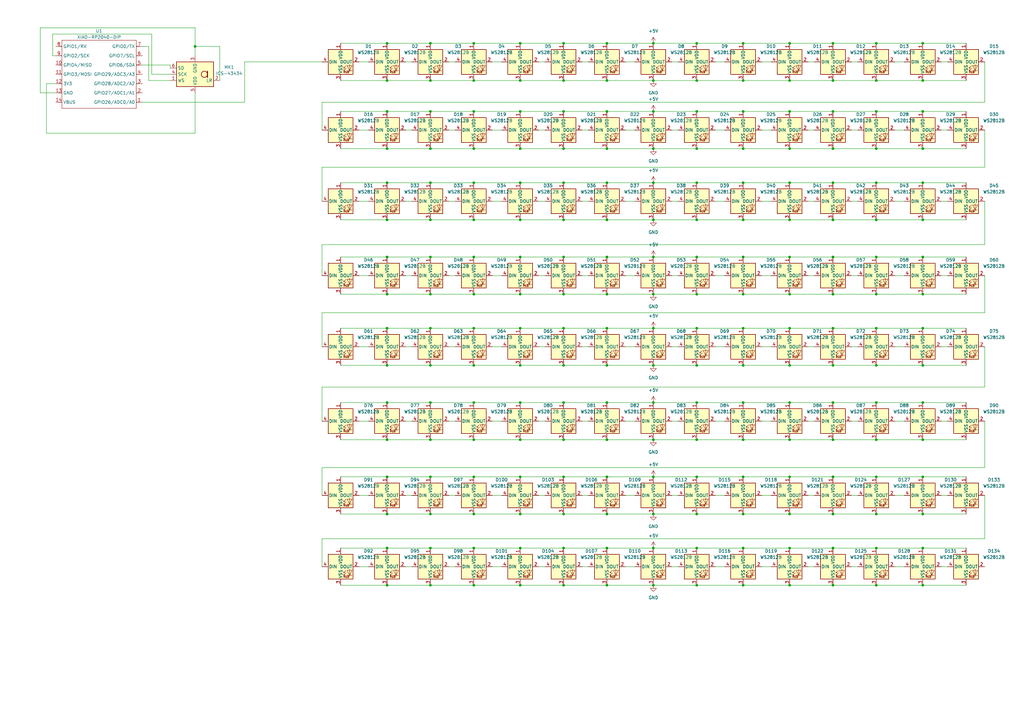
<source format=kicad_sch>
(kicad_sch (version 20250114) (generator "eeschema") (generator_version "9.0")
  (paper "A3")
  (lib_symbols
    (symbol "LED:WS2812B" (pin_names (offset 0.254))
      (property "Reference" "D" (at 5.08 5.715 0))
      (property "Value" "WS2812B" (at 1.27 -5.715 0))
      (symbol "WS2812B_0_0"
        (text "RGB" (at 2.286 -4.191 0) (effects (font (size 0.762 0.762))))
      )
      (symbol "WS2812B_1_1"
        (pin input line (at -7.62 0 0) (length 2.54) (name "DIN") (number "4"))
        (pin power_in line (at 0 7.62 270) (length 2.54) (name "VDD") (number "1"))
        (pin power_in line (at 0 -7.62 90) (length 2.54) (name "VSS") (number "3"))
        (pin output line (at 7.62 0 180) (length 2.54) (name "DOUT") (number "2"))
      )
    )
    (symbol "Seeed_Studio_XIAO_Series:XIAO-RP2040-DIP"
      (property "Reference" "U" (at 0 0 0))
      (property "Value" "XIAO-RP2040-DIP" (at 5.334 -1.778 0))
      (symbol "XIAO-RP2040-DIP_1_0"
        (pin passive line (at -3.81 -5.08 0) (length 2.54) (name "GPIO26/ADC0/A0") (number "1"))
        (pin passive line (at -3.81 -8.89 0) (length 2.54) (name "GPIO27/ADC1/A1") (number "2"))
        (pin passive line (at -3.81 -12.7 0) (length 2.54) (name "GPIO28/ADC2/A2") (number "3"))
        (pin passive line (at -3.81 -16.51 0) (length 2.54) (name "GPIO29/ADC3/A3") (number "4"))
        (pin passive line (at -3.81 -20.32 0) (length 2.54) (name "GPIO6/SDA") (number "5"))
        (pin passive line (at -3.81 -24.13 0) (length 2.54) (name "GPIO7/SCL") (number "6"))
        (pin passive line (at -3.81 -27.94 0) (length 2.54) (name "GPIO0/TX") (number "7"))
        (pin passive line (at 31.75 -5.08 180) (length 2.54) (name "VBUS") (number "14"))
        (pin passive line (at 31.75 -8.89 180) (length 2.54) (name "GND") (number "13"))
        (pin passive line (at 31.75 -12.7 180) (length 2.54) (name "3V3") (number "12"))
        (pin passive line (at 31.75 -16.51 180) (length 2.54) (name "GPIO3/MOSI") (number "11"))
        (pin passive line (at 31.75 -20.32 180) (length 2.54) (name "GPIO4/MISO") (number "10"))
        (pin passive line (at 31.75 -24.13 180) (length 2.54) (name "GPIO2/SCK") (number "9"))
        (pin passive line (at 31.75 -27.94 180) (length 2.54) (name "GPIO1/RX") (number "8"))
      )
    )
    (symbol "Sensor_Audio:ICS-43434"
      (property "Reference" "MK" (at -7.62 6.35 0))
      (property "Value" "ICS-43434" (at 1.27 6.35 0))
      (symbol "ICS-43434_1_1"
        (pin input line (at -10.16 2.54 0) (length 2.54) (name "LR") (number "2"))
        (pin power_in line (at 0 7.62 270) (length 2.54) (name "VDD") (number "5"))
        (pin power_in line (at 0 -7.62 90) (length 2.54) (name "GND") (number "3"))
        (pin input line (at 10.16 2.54 180) (length 2.54) (name "WS") (number "1"))
        (pin input line (at 10.16 0 180) (length 2.54) (name "SCK") (number "4"))
        (pin output line (at 10.16 -2.54 180) (length 2.54) (name "SD") (number "6"))
      )
    )
    (symbol "power:+5V" (power) (pin_numbers (hide yes)) (pin_names (offset 0) (hide yes))
      (property "Value" "+5V" (at 0 3.556 0))
      (symbol "+5V_1_1"
        (pin power_in line (at 0 0 90) (length 0) (name "~") (number "1"))
      )
    )
    (symbol "power:GND" (power) (pin_numbers (hide yes)) (pin_names (offset 0) (hide yes))
      (property "Value" "GND" (at 0 -3.81 0))
      (symbol "GND_1_1"
        (pin power_in line (at 0 0 270) (length 0) (name "~") (number "1"))
      )
    )
  )
  (junction (at 378.46 45.72))
  (junction (at 176.53 45.72))
  (junction (at 323.85 134.62))
  (junction (at 194.31 240.03))
  (junction (at 176.53 17.78))
  (junction (at 285.75 180.34))
  (junction (at 176.53 134.62))
  (junction (at 231.14 210.82))
  (junction (at 378.46 180.34))
  (junction (at 176.53 165.1))
  (junction (at 304.8 45.72))
  (junction (at 359.41 210.82))
  (junction (at 285.75 224.79))
  (junction (at 248.92 60.96))
  (junction (at 176.53 149.86))
  (junction (at 341.63 149.86))
  (junction (at 359.41 17.78))
  (junction (at 267.97 195.58))
  (junction (at 158.75 180.34))
  (junction (at 213.36 180.34))
  (junction (at 158.75 45.72))
  (junction (at 341.63 240.03))
  (junction (at 323.85 224.79))
  (junction (at 341.63 90.17))
  (junction (at 304.8 60.96))
  (junction (at 341.63 224.79))
  (junction (at 323.85 240.03))
  (junction (at 213.36 74.93))
  (junction (at 378.46 149.86))
  (junction (at 341.63 74.93))
  (junction (at 176.53 120.65))
  (junction (at 359.41 195.58))
  (junction (at 267.97 33.02))
  (junction (at 267.97 60.96))
  (junction (at 248.92 134.62))
  (junction (at 248.92 33.02))
  (junction (at 323.85 45.72))
  (junction (at 285.75 33.02))
  (junction (at 213.36 134.62))
  (junction (at 231.14 195.58))
  (junction (at 304.8 165.1))
  (junction (at 176.53 60.96))
  (junction (at 285.75 210.82))
  (junction (at 378.46 134.62))
  (junction (at 285.75 195.58))
  (junction (at 285.75 134.62))
  (junction (at 213.36 17.78))
  (junction (at 158.75 74.93))
  (junction (at 194.31 17.78))
  (junction (at 359.41 90.17))
  (junction (at 359.41 105.41))
  (junction (at 194.31 180.34))
  (junction (at 304.8 33.02))
  (junction (at 267.97 45.72))
  (junction (at 267.97 224.79))
  (junction (at 213.36 195.58))
  (junction (at 267.97 105.41))
  (junction (at 378.46 17.78))
  (junction (at 248.92 120.65))
  (junction (at 194.31 134.62))
  (junction (at 304.8 134.62))
  (junction (at 304.8 180.34))
  (junction (at 359.41 60.96))
  (junction (at 194.31 90.17))
  (junction (at 285.75 149.86))
  (junction (at 285.75 74.93))
  (junction (at 378.46 33.02))
  (junction (at 231.14 74.93))
  (junction (at 267.97 210.82))
  (junction (at 194.31 33.02))
  (junction (at 359.41 33.02))
  (junction (at 378.46 195.58))
  (junction (at 267.97 134.62))
  (junction (at 158.75 90.17))
  (junction (at 341.63 105.41))
  (junction (at 194.31 105.41))
  (junction (at 323.85 74.93))
  (junction (at 213.36 33.02))
  (junction (at 341.63 17.78))
  (junction (at 194.31 120.65))
  (junction (at 304.8 210.82))
  (junction (at 158.75 134.62))
  (junction (at 285.75 120.65))
  (junction (at 231.14 60.96))
  (junction (at 323.85 165.1))
  (junction (at 304.8 149.86))
  (junction (at 323.85 120.65))
  (junction (at 304.8 240.03))
  (junction (at 359.41 149.86))
  (junction (at 176.53 240.03))
  (junction (at 231.14 224.79))
  (junction (at 267.97 74.93))
  (junction (at 176.53 74.93))
  (junction (at 213.36 149.86))
  (junction (at 176.53 195.58))
  (junction (at 304.8 90.17))
  (junction (at 213.36 105.41))
  (junction (at 323.85 195.58))
  (junction (at 213.36 45.72))
  (junction (at 378.46 165.1))
  (junction (at 285.75 45.72))
  (junction (at 231.14 33.02))
  (junction (at 248.92 210.82))
  (junction (at 323.85 90.17))
  (junction (at 213.36 165.1))
  (junction (at 231.14 105.41))
  (junction (at 359.41 45.72))
  (junction (at 304.8 17.78))
  (junction (at 285.75 105.41))
  (junction (at 176.53 105.41))
  (junction (at 267.97 90.17))
  (junction (at 248.92 149.86))
  (junction (at 359.41 165.1))
  (junction (at 213.36 60.96))
  (junction (at 323.85 17.78))
  (junction (at 323.85 180.34))
  (junction (at 378.46 105.41))
  (junction (at 248.92 195.58))
  (junction (at 285.75 17.78))
  (junction (at 231.14 180.34))
  (junction (at 267.97 240.03))
  (junction (at 176.53 210.82))
  (junction (at 158.75 210.82))
  (junction (at 304.8 224.79))
  (junction (at 176.53 224.79))
  (junction (at 359.41 240.03))
  (junction (at 323.85 149.86))
  (junction (at 304.8 120.65))
  (junction (at 378.46 60.96))
  (junction (at 158.75 33.02))
  (junction (at 231.14 149.86))
  (junction (at 341.63 210.82))
  (junction (at 213.36 224.79))
  (junction (at 378.46 90.17))
  (junction (at 158.75 120.65))
  (junction (at 267.97 149.86))
  (junction (at 231.14 240.03))
  (junction (at 194.31 195.58))
  (junction (at 158.75 224.79))
  (junction (at 176.53 180.34))
  (junction (at 213.36 240.03))
  (junction (at 158.75 149.86))
  (junction (at 323.85 33.02))
  (junction (at 359.41 180.34))
  (junction (at 304.8 195.58))
  (junction (at 248.92 90.17))
  (junction (at 176.53 33.02))
  (junction (at 267.97 120.65))
  (junction (at 323.85 60.96))
  (junction (at 304.8 74.93))
  (junction (at 231.14 134.62))
  (junction (at 359.41 120.65))
  (junction (at 378.46 224.79))
  (junction (at 341.63 165.1))
  (junction (at 231.14 90.17))
  (junction (at 267.97 165.1))
  (junction (at 231.14 120.65))
  (junction (at 194.31 74.93))
  (junction (at 158.75 105.41))
  (junction (at 341.63 180.34))
  (junction (at 194.31 165.1))
  (junction (at 194.31 149.86))
  (junction (at 378.46 210.82))
  (junction (at 267.97 180.34))
  (junction (at 341.63 120.65))
  (junction (at 359.41 224.79))
  (junction (at 341.63 33.02))
  (junction (at 341.63 45.72))
  (junction (at 231.14 165.1))
  (junction (at 323.85 210.82))
  (junction (at 158.75 240.03))
  (junction (at 231.14 45.72))
  (junction (at 231.14 17.78))
  (junction (at 176.53 90.17))
  (junction (at 341.63 60.96))
  (junction (at 248.92 105.41))
  (junction (at 304.8 105.41))
  (junction (at 248.92 45.72))
  (junction (at 341.63 195.58))
  (junction (at 267.97 17.78))
  (junction (at 285.75 240.03))
  (junction (at 285.75 165.1))
  (junction (at 359.41 74.93))
  (junction (at 248.92 224.79))
  (junction (at 248.92 240.03))
  (junction (at 213.36 120.65))
  (junction (at 194.31 60.96))
  (junction (at 285.75 60.96))
  (junction (at 194.31 45.72))
  (junction (at 248.92 165.1))
  (junction (at 378.46 120.65))
  (junction (at 194.31 210.82))
  (junction (at 213.36 210.82))
  (junction (at 158.75 60.96))
  (junction (at 359.41 134.62))
  (junction (at 80.01 19.05))
  (junction (at 378.46 240.03))
  (junction (at 158.75 17.78))
  (junction (at 158.75 195.58))
  (junction (at 213.36 90.17))
  (junction (at 194.31 224.79))
  (junction (at 248.92 74.93))
  (junction (at 248.92 180.34))
  (junction (at 323.85 105.41))
  (junction (at 285.75 90.17))
  (junction (at 248.92 17.78))
  (junction (at 158.75 165.1))
  (junction (at 341.63 134.62))
  (junction (at 378.46 74.93))
  (wire (pts (xy 158.75 240.03) (xy 176.53 240.03)))
  (wire (pts (xy 139.7 165.1) (xy 158.75 165.1)))
  (wire (pts (xy 147.32 25.4) (xy 151.13 25.4)))
  (wire (pts (xy 213.36 60.96) (xy 231.14 60.96)))
  (wire (pts (xy 293.37 232.41) (xy 297.18 232.41)))
  (wire (pts (xy 293.37 203.2) (xy 297.18 203.2)))
  (wire (pts (xy 403.86 191.77) (xy 132.08 191.77)))
  (wire (pts (xy 341.63 74.93) (xy 359.41 74.93)))
  (wire (pts (xy 323.85 105.41) (xy 341.63 105.41)))
  (wire (pts (xy 285.75 105.41) (xy 304.8 105.41)))
  (wire (pts (xy 184.15 53.34) (xy 186.69 53.34)))
  (wire (pts (xy 60.96 19.05) (xy 58.42 19.05)))
  (wire (pts (xy 194.31 165.1) (xy 213.36 165.1)))
  (wire (pts (xy 213.36 17.78) (xy 231.14 17.78)))
  (wire (pts (xy 304.8 195.58) (xy 323.85 195.58)))
  (wire (pts (xy 285.75 149.86) (xy 304.8 149.86)))
  (wire (pts (xy 367.03 232.41) (xy 370.84 232.41)))
  (wire (pts (xy 403.86 172.72) (xy 403.86 191.77)))
  (wire (pts (xy 341.63 149.86) (xy 359.41 149.86)))
  (wire (pts (xy 132.08 68.58) (xy 132.08 82.55)))
  (wire (pts (xy 275.59 82.55) (xy 278.13 82.55)))
  (wire (pts (xy 359.41 165.1) (xy 378.46 165.1)))
  (wire (pts (xy 213.36 45.72) (xy 231.14 45.72)))
  (wire (pts (xy 285.75 224.79) (xy 304.8 224.79)))
  (wire (pts (xy 166.37 232.41) (xy 168.91 232.41)))
  (wire (pts (xy 403.86 53.34) (xy 403.86 68.58)))
  (wire (pts (xy 386.08 53.34) (xy 388.62 53.34)))
  (wire (pts (xy 231.14 240.03) (xy 248.92 240.03)))
  (wire (pts (xy 231.14 210.82) (xy 248.92 210.82)))
  (wire (pts (xy 176.53 60.96) (xy 194.31 60.96)))
  (wire (pts (xy 201.93 172.72) (xy 205.74 172.72)))
  (wire (pts (xy 194.31 33.02) (xy 213.36 33.02)))
  (wire (pts (xy 323.85 180.34) (xy 341.63 180.34)))
  (wire (pts (xy 378.46 180.34) (xy 396.24 180.34)))
  (wire (pts (xy 367.03 82.55) (xy 370.84 82.55)))
  (wire (pts (xy 293.37 53.34) (xy 297.18 53.34)))
  (wire (pts (xy 378.46 165.1) (xy 396.24 165.1)))
  (wire (pts (xy 213.36 134.62) (xy 231.14 134.62)))
  (wire (pts (xy 267.97 180.34) (xy 285.75 180.34)))
  (wire (pts (xy 176.53 17.78) (xy 194.31 17.78)))
  (wire (pts (xy 248.92 240.03) (xy 267.97 240.03)))
  (wire (pts (xy 158.75 90.17) (xy 176.53 90.17)))
  (wire (pts (xy 201.93 203.2) (xy 205.74 203.2)))
  (wire (pts (xy 267.97 210.82) (xy 285.75 210.82)))
  (wire (pts (xy 147.32 113.03) (xy 151.13 113.03)))
  (wire (pts (xy 267.97 33.02) (xy 285.75 33.02)))
  (wire (pts (xy 349.25 113.03) (xy 351.79 113.03)))
  (wire (pts (xy 378.46 210.82) (xy 396.24 210.82)))
  (wire (pts (xy 312.42 53.34) (xy 316.23 53.34)))
  (wire (pts (xy 378.46 134.62) (xy 396.24 134.62)))
  (wire (pts (xy 331.47 203.2) (xy 334.01 203.2)))
  (wire (pts (xy 323.85 224.79) (xy 341.63 224.79)))
  (wire (pts (xy 275.59 53.34) (xy 278.13 53.34)))
  (wire (pts (xy 194.31 105.41) (xy 213.36 105.41)))
  (wire (pts (xy 378.46 149.86) (xy 396.24 149.86)))
  (wire (pts (xy 132.08 158.75) (xy 132.08 172.72)))
  (wire (pts (xy 341.63 33.02) (xy 359.41 33.02)))
  (wire (pts (xy 238.76 142.24) (xy 241.3 142.24)))
  (wire (pts (xy 323.85 240.03) (xy 341.63 240.03)))
  (wire (pts (xy 323.85 74.93) (xy 341.63 74.93)))
  (wire (pts (xy 132.08 100.33) (xy 132.08 113.03)))
  (wire (pts (xy 378.46 105.41) (xy 396.24 105.41)))
  (wire (pts (xy 341.63 224.79) (xy 359.41 224.79)))
  (wire (pts (xy 403.86 220.98) (xy 132.08 220.98)))
  (wire (pts (xy 341.63 195.58) (xy 359.41 195.58)))
  (wire (pts (xy 386.08 142.24) (xy 388.62 142.24)))
  (wire (pts (xy 341.63 210.82) (xy 359.41 210.82)))
  (wire (pts (xy 367.03 113.03) (xy 370.84 113.03)))
  (wire (pts (xy 176.53 90.17) (xy 194.31 90.17)))
  (wire (pts (xy 16.51 38.1) (xy 22.86 38.1)))
  (wire (pts (xy 275.59 172.72) (xy 278.13 172.72)))
  (wire (pts (xy 166.37 82.55) (xy 168.91 82.55)))
  (wire (pts (xy 312.42 203.2) (xy 316.23 203.2)))
  (wire (pts (xy 323.85 17.78) (xy 341.63 17.78)))
  (wire (pts (xy 378.46 60.96) (xy 396.24 60.96)))
  (wire (pts (xy 403.86 128.27) (xy 132.08 128.27)))
  (wire (pts (xy 158.75 134.62) (xy 176.53 134.62)))
  (wire (pts (xy 194.31 210.82) (xy 213.36 210.82)))
  (wire (pts (xy 69.85 26.67) (xy 58.42 26.67)))
  (wire (pts (xy 378.46 240.03) (xy 396.24 240.03)))
  (wire (pts (xy 267.97 195.58) (xy 285.75 195.58)))
  (wire (pts (xy 194.31 17.78) (xy 213.36 17.78)))
  (wire (pts (xy 323.85 134.62) (xy 341.63 134.62)))
  (wire (pts (xy 184.15 172.72) (xy 186.69 172.72)))
  (wire (pts (xy 323.85 33.02) (xy 341.63 33.02)))
  (wire (pts (xy 132.08 25.4) (xy 100.33 25.4)))
  (wire (pts (xy 304.8 165.1) (xy 323.85 165.1)))
  (wire (pts (xy 267.97 149.86) (xy 285.75 149.86)))
  (wire (pts (xy 194.31 45.72) (xy 213.36 45.72)))
  (wire (pts (xy 194.31 180.34) (xy 213.36 180.34)))
  (wire (pts (xy 248.92 180.34) (xy 267.97 180.34)))
  (wire (pts (xy 275.59 142.24) (xy 278.13 142.24)))
  (wire (pts (xy 248.92 149.86) (xy 267.97 149.86)))
  (wire (pts (xy 403.86 203.2) (xy 403.86 220.98)))
  (wire (pts (xy 139.7 195.58) (xy 158.75 195.58)))
  (wire (pts (xy 220.98 203.2) (xy 223.52 203.2)))
  (wire (pts (xy 349.25 232.41) (xy 351.79 232.41)))
  (wire (pts (xy 304.8 90.17) (xy 323.85 90.17)))
  (wire (pts (xy 359.41 240.03) (xy 378.46 240.03)))
  (wire (pts (xy 213.36 165.1) (xy 231.14 165.1)))
  (wire (pts (xy 176.53 195.58) (xy 194.31 195.58)))
  (wire (pts (xy 359.41 17.78) (xy 378.46 17.78)))
  (wire (pts (xy 304.8 120.65) (xy 323.85 120.65)))
  (wire (pts (xy 176.53 74.93) (xy 194.31 74.93)))
  (wire (pts (xy 293.37 82.55) (xy 297.18 82.55)))
  (wire (pts (xy 176.53 224.79) (xy 194.31 224.79)))
  (wire (pts (xy 293.37 172.72) (xy 297.18 172.72)))
  (wire (pts (xy 359.41 90.17) (xy 378.46 90.17)))
  (wire (pts (xy 341.63 45.72) (xy 359.41 45.72)))
  (wire (pts (xy 176.53 33.02) (xy 194.31 33.02)))
  (wire (pts (xy 349.25 25.4) (xy 351.79 25.4)))
  (wire (pts (xy 256.54 113.03) (xy 260.35 113.03)))
  (wire (pts (xy 132.08 191.77) (xy 132.08 203.2)))
  (wire (pts (xy 194.31 74.93) (xy 213.36 74.93)))
  (wire (pts (xy 158.75 45.72) (xy 176.53 45.72)))
  (wire (pts (xy 359.41 195.58) (xy 378.46 195.58)))
  (wire (pts (xy 220.98 142.24) (xy 223.52 142.24)))
  (wire (pts (xy 69.85 27.94) (xy 69.85 26.67)))
  (wire (pts (xy 176.53 45.72) (xy 194.31 45.72)))
  (wire (pts (xy 359.41 120.65) (xy 378.46 120.65)))
  (wire (pts (xy 285.75 60.96) (xy 304.8 60.96)))
  (wire (pts (xy 275.59 232.41) (xy 278.13 232.41)))
  (wire (pts (xy 100.33 41.91) (xy 58.42 41.91)))
  (wire (pts (xy 184.15 113.03) (xy 186.69 113.03)))
  (wire (pts (xy 359.41 210.82) (xy 378.46 210.82)))
  (wire (pts (xy 139.7 224.79) (xy 158.75 224.79)))
  (wire (pts (xy 231.14 180.34) (xy 248.92 180.34)))
  (wire (pts (xy 158.75 224.79) (xy 176.53 224.79)))
  (wire (pts (xy 304.8 45.72) (xy 323.85 45.72)))
  (wire (pts (xy 267.97 120.65) (xy 285.75 120.65)))
  (wire (pts (xy 213.36 210.82) (xy 231.14 210.82)))
  (wire (pts (xy 220.98 53.34) (xy 223.52 53.34)))
  (wire (pts (xy 304.8 60.96) (xy 323.85 60.96)))
  (wire (pts (xy 238.76 53.34) (xy 241.3 53.34)))
  (wire (pts (xy 166.37 203.2) (xy 168.91 203.2)))
  (wire (pts (xy 139.7 90.17) (xy 158.75 90.17)))
  (wire (pts (xy 100.33 25.4) (xy 100.33 41.91)))
  (wire (pts (xy 194.31 149.86) (xy 213.36 149.86)))
  (wire (pts (xy 304.8 224.79) (xy 323.85 224.79)))
  (wire (pts (xy 213.36 149.86) (xy 231.14 149.86)))
  (wire (pts (xy 231.14 134.62) (xy 248.92 134.62)))
  (wire (pts (xy 132.08 220.98) (xy 132.08 232.41)))
  (wire (pts (xy 378.46 74.93) (xy 396.24 74.93)))
  (wire (pts (xy 80.01 19.05) (xy 90.17 19.05)))
  (wire (pts (xy 231.14 195.58) (xy 248.92 195.58)))
  (wire (pts (xy 139.7 45.72) (xy 158.75 45.72)))
  (wire (pts (xy 69.85 33.02) (xy 60.96 33.02)))
  (wire (pts (xy 248.92 224.79) (xy 267.97 224.79)))
  (wire (pts (xy 349.25 203.2) (xy 351.79 203.2)))
  (wire (pts (xy 267.97 240.03) (xy 285.75 240.03)))
  (wire (pts (xy 80.01 22.86) (xy 80.01 19.05)))
  (wire (pts (xy 331.47 82.55) (xy 334.01 82.55)))
  (wire (pts (xy 231.14 165.1) (xy 248.92 165.1)))
  (wire (pts (xy 147.32 53.34) (xy 151.13 53.34)))
  (wire (pts (xy 293.37 142.24) (xy 297.18 142.24)))
  (wire (pts (xy 256.54 232.41) (xy 260.35 232.41)))
  (wire (pts (xy 213.36 33.02) (xy 231.14 33.02)))
  (wire (pts (xy 80.01 11.43) (xy 16.51 11.43)))
  (wire (pts (xy 323.85 149.86) (xy 341.63 149.86)))
  (wire (pts (xy 323.85 120.65) (xy 341.63 120.65)))
  (wire (pts (xy 194.31 224.79) (xy 213.36 224.79)))
  (wire (pts (xy 139.7 74.93) (xy 158.75 74.93)))
  (wire (pts (xy 248.92 17.78) (xy 267.97 17.78)))
  (wire (pts (xy 139.7 134.62) (xy 158.75 134.62)))
  (wire (pts (xy 285.75 120.65) (xy 304.8 120.65)))
  (wire (pts (xy 312.42 142.24) (xy 316.23 142.24)))
  (wire (pts (xy 403.86 68.58) (xy 132.08 68.58)))
  (wire (pts (xy 147.32 203.2) (xy 151.13 203.2)))
  (wire (pts (xy 256.54 82.55) (xy 260.35 82.55)))
  (wire (pts (xy 248.92 210.82) (xy 267.97 210.82)))
  (wire (pts (xy 90.17 33.02) (xy 90.17 19.05)))
  (wire (pts (xy 201.93 25.4) (xy 205.74 25.4)))
  (wire (pts (xy 403.86 142.24) (xy 403.86 158.75)))
  (wire (pts (xy 341.63 240.03) (xy 359.41 240.03)))
  (wire (pts (xy 359.41 45.72) (xy 378.46 45.72)))
  (wire (pts (xy 176.53 210.82) (xy 194.31 210.82)))
  (wire (pts (xy 238.76 232.41) (xy 241.3 232.41)))
  (wire (pts (xy 359.41 224.79) (xy 378.46 224.79)))
  (wire (pts (xy 231.14 149.86) (xy 248.92 149.86)))
  (wire (pts (xy 201.93 53.34) (xy 205.74 53.34)))
  (wire (pts (xy 16.51 11.43) (xy 16.51 38.1)))
  (wire (pts (xy 158.75 120.65) (xy 176.53 120.65)))
  (wire (pts (xy 231.14 90.17) (xy 248.92 90.17)))
  (wire (pts (xy 312.42 25.4) (xy 316.23 25.4)))
  (wire (pts (xy 220.98 172.72) (xy 223.52 172.72)))
  (wire (pts (xy 147.32 232.41) (xy 151.13 232.41)))
  (wire (pts (xy 194.31 60.96) (xy 213.36 60.96)))
  (wire (pts (xy 158.75 149.86) (xy 176.53 149.86)))
  (wire (pts (xy 323.85 90.17) (xy 341.63 90.17)))
  (wire (pts (xy 248.92 33.02) (xy 267.97 33.02)))
  (wire (pts (xy 158.75 210.82) (xy 176.53 210.82)))
  (wire (pts (xy 176.53 120.65) (xy 194.31 120.65)))
  (wire (pts (xy 213.36 195.58) (xy 231.14 195.58)))
  (wire (pts (xy 166.37 113.03) (xy 168.91 113.03)))
  (wire (pts (xy 220.98 232.41) (xy 223.52 232.41)))
  (wire (pts (xy 201.93 113.03) (xy 205.74 113.03)))
  (wire (pts (xy 312.42 113.03) (xy 316.23 113.03)))
  (wire (pts (xy 331.47 113.03) (xy 334.01 113.03)))
  (wire (pts (xy 367.03 53.34) (xy 370.84 53.34)))
  (wire (pts (xy 386.08 82.55) (xy 388.62 82.55)))
  (wire (pts (xy 166.37 172.72) (xy 168.91 172.72)))
  (wire (pts (xy 194.31 120.65) (xy 213.36 120.65)))
  (wire (pts (xy 213.36 240.03) (xy 231.14 240.03)))
  (wire (pts (xy 248.92 195.58) (xy 267.97 195.58)))
  (wire (pts (xy 147.32 82.55) (xy 151.13 82.55)))
  (wire (pts (xy 147.32 142.24) (xy 151.13 142.24)))
  (wire (pts (xy 176.53 180.34) (xy 194.31 180.34)))
  (wire (pts (xy 213.36 120.65) (xy 231.14 120.65)))
  (wire (pts (xy 256.54 142.24) (xy 260.35 142.24)))
  (wire (pts (xy 403.86 41.91) (xy 132.08 41.91)))
  (wire (pts (xy 21.59 22.86) (xy 22.86 22.86)))
  (wire (pts (xy 285.75 240.03) (xy 304.8 240.03)))
  (wire (pts (xy 220.98 113.03) (xy 223.52 113.03)))
  (wire (pts (xy 139.7 60.96) (xy 158.75 60.96)))
  (wire (pts (xy 331.47 53.34) (xy 334.01 53.34)))
  (wire (pts (xy 267.97 45.72) (xy 285.75 45.72)))
  (wire (pts (xy 378.46 195.58) (xy 396.24 195.58)))
  (wire (pts (xy 62.23 13.97) (xy 21.59 13.97)))
  (wire (pts (xy 367.03 142.24) (xy 370.84 142.24)))
  (wire (pts (xy 184.15 142.24) (xy 186.69 142.24)))
  (wire (pts (xy 184.15 82.55) (xy 186.69 82.55)))
  (wire (pts (xy 80.01 19.05) (xy 80.01 11.43)))
  (wire (pts (xy 158.75 17.78) (xy 176.53 17.78)))
  (wire (pts (xy 285.75 45.72) (xy 304.8 45.72)))
  (wire (pts (xy 403.86 100.33) (xy 132.08 100.33)))
  (wire (pts (xy 201.93 232.41) (xy 205.74 232.41)))
  (wire (pts (xy 248.92 74.93) (xy 267.97 74.93)))
  (wire (pts (xy 248.92 105.41) (xy 267.97 105.41)))
  (wire (pts (xy 158.75 33.02) (xy 176.53 33.02)))
  (wire (pts (xy 166.37 25.4) (xy 168.91 25.4)))
  (wire (pts (xy 304.8 210.82) (xy 323.85 210.82)))
  (wire (pts (xy 304.8 180.34) (xy 323.85 180.34)))
  (wire (pts (xy 285.75 17.78) (xy 304.8 17.78)))
  (wire (pts (xy 341.63 17.78) (xy 359.41 17.78)))
  (wire (pts (xy 267.97 60.96) (xy 285.75 60.96)))
  (wire (pts (xy 213.36 180.34) (xy 231.14 180.34)))
  (wire (pts (xy 176.53 105.41) (xy 194.31 105.41)))
  (wire (pts (xy 194.31 134.62) (xy 213.36 134.62)))
  (wire (pts (xy 359.41 149.86) (xy 378.46 149.86)))
  (wire (pts (xy 248.92 45.72) (xy 267.97 45.72)))
  (wire (pts (xy 176.53 149.86) (xy 194.31 149.86)))
  (wire (pts (xy 367.03 203.2) (xy 370.84 203.2)))
  (wire (pts (xy 231.14 120.65) (xy 248.92 120.65)))
  (wire (pts (xy 341.63 60.96) (xy 359.41 60.96)))
  (wire (pts (xy 158.75 180.34) (xy 176.53 180.34)))
  (wire (pts (xy 256.54 53.34) (xy 260.35 53.34)))
  (wire (pts (xy 331.47 232.41) (xy 334.01 232.41)))
  (wire (pts (xy 60.96 33.02) (xy 60.96 19.05)))
  (wire (pts (xy 213.36 224.79) (xy 231.14 224.79)))
  (wire (pts (xy 248.92 90.17) (xy 267.97 90.17)))
  (wire (pts (xy 201.93 142.24) (xy 205.74 142.24)))
  (wire (pts (xy 139.7 120.65) (xy 158.75 120.65)))
  (wire (pts (xy 184.15 25.4) (xy 186.69 25.4)))
  (wire (pts (xy 403.86 158.75) (xy 132.08 158.75)))
  (wire (pts (xy 21.59 13.97) (xy 21.59 22.86)))
  (wire (pts (xy 378.46 33.02) (xy 396.24 33.02)))
  (wire (pts (xy 238.76 25.4) (xy 241.3 25.4)))
  (wire (pts (xy 213.36 74.93) (xy 231.14 74.93)))
  (wire (pts (xy 386.08 25.4) (xy 388.62 25.4)))
  (wire (pts (xy 139.7 240.03) (xy 158.75 240.03)))
  (wire (pts (xy 231.14 17.78) (xy 248.92 17.78)))
  (wire (pts (xy 359.41 33.02) (xy 378.46 33.02)))
  (wire (pts (xy 267.97 165.1) (xy 285.75 165.1)))
  (wire (pts (xy 166.37 142.24) (xy 168.91 142.24)))
  (wire (pts (xy 267.97 105.41) (xy 285.75 105.41)))
  (wire (pts (xy 304.8 105.41) (xy 323.85 105.41)))
  (wire (pts (xy 349.25 53.34) (xy 351.79 53.34)))
  (wire (pts (xy 158.75 195.58) (xy 176.53 195.58)))
  (wire (pts (xy 285.75 165.1) (xy 304.8 165.1)))
  (wire (pts (xy 256.54 25.4) (xy 260.35 25.4)))
  (wire (pts (xy 341.63 134.62) (xy 359.41 134.62)))
  (wire (pts (xy 359.41 74.93) (xy 378.46 74.93)))
  (wire (pts (xy 331.47 142.24) (xy 334.01 142.24)))
  (wire (pts (xy 194.31 195.58) (xy 213.36 195.58)))
  (wire (pts (xy 248.92 134.62) (xy 267.97 134.62)))
  (wire (pts (xy 341.63 180.34) (xy 359.41 180.34)))
  (wire (pts (xy 378.46 45.72) (xy 396.24 45.72)))
  (wire (pts (xy 304.8 74.93) (xy 323.85 74.93)))
  (wire (pts (xy 331.47 172.72) (xy 334.01 172.72)))
  (wire (pts (xy 158.75 60.96) (xy 176.53 60.96)))
  (wire (pts (xy 304.8 149.86) (xy 323.85 149.86)))
  (wire (pts (xy 139.7 149.86) (xy 158.75 149.86)))
  (wire (pts (xy 238.76 203.2) (xy 241.3 203.2)))
  (wire (pts (xy 403.86 113.03) (xy 403.86 128.27)))
  (wire (pts (xy 213.36 105.41) (xy 231.14 105.41)))
  (wire (pts (xy 231.14 105.41) (xy 248.92 105.41)))
  (wire (pts (xy 256.54 172.72) (xy 260.35 172.72)))
  (wire (pts (xy 293.37 25.4) (xy 297.18 25.4)))
  (wire (pts (xy 139.7 210.82) (xy 158.75 210.82)))
  (wire (pts (xy 248.92 60.96) (xy 267.97 60.96)))
  (wire (pts (xy 323.85 210.82) (xy 341.63 210.82)))
  (wire (pts (xy 331.47 25.4) (xy 334.01 25.4)))
  (wire (pts (xy 403.86 82.55) (xy 403.86 100.33)))
  (wire (pts (xy 304.8 240.03) (xy 323.85 240.03)))
  (wire (pts (xy 386.08 172.72) (xy 388.62 172.72)))
  (wire (pts (xy 378.46 17.78) (xy 396.24 17.78)))
  (wire (pts (xy 231.14 74.93) (xy 248.92 74.93)))
  (wire (pts (xy 194.31 90.17) (xy 213.36 90.17)))
  (wire (pts (xy 341.63 105.41) (xy 359.41 105.41)))
  (wire (pts (xy 256.54 203.2) (xy 260.35 203.2)))
  (wire (pts (xy 349.25 142.24) (xy 351.79 142.24)))
  (wire (pts (xy 285.75 90.17) (xy 304.8 90.17)))
  (wire (pts (xy 285.75 195.58) (xy 304.8 195.58)))
  (wire (pts (xy 220.98 82.55) (xy 223.52 82.55)))
  (wire (pts (xy 267.97 224.79) (xy 285.75 224.79)))
  (wire (pts (xy 304.8 33.02) (xy 323.85 33.02)))
  (wire (pts (xy 367.03 25.4) (xy 370.84 25.4)))
  (wire (pts (xy 267.97 74.93) (xy 285.75 74.93)))
  (wire (pts (xy 312.42 82.55) (xy 316.23 82.55)))
  (wire (pts (xy 184.15 232.41) (xy 186.69 232.41)))
  (wire (pts (xy 238.76 82.55) (xy 241.3 82.55)))
  (wire (pts (xy 323.85 165.1) (xy 341.63 165.1)))
  (wire (pts (xy 62.23 30.48) (xy 62.23 13.97)))
  (wire (pts (xy 267.97 17.78) (xy 285.75 17.78)))
  (wire (pts (xy 285.75 210.82) (xy 304.8 210.82)))
  (wire (pts (xy 194.31 240.03) (xy 213.36 240.03)))
  (wire (pts (xy 285.75 180.34) (xy 304.8 180.34)))
  (wire (pts (xy 220.98 25.4) (xy 223.52 25.4)))
  (wire (pts (xy 231.14 60.96) (xy 248.92 60.96)))
  (wire (pts (xy 132.08 41.91) (xy 132.08 53.34)))
  (wire (pts (xy 139.7 105.41) (xy 158.75 105.41)))
  (wire (pts (xy 285.75 33.02) (xy 304.8 33.02)))
  (wire (pts (xy 69.85 30.48) (xy 62.23 30.48)))
  (wire (pts (xy 248.92 120.65) (xy 267.97 120.65)))
  (wire (pts (xy 341.63 165.1) (xy 359.41 165.1)))
  (wire (pts (xy 285.75 134.62) (xy 304.8 134.62)))
  (wire (pts (xy 378.46 224.79) (xy 396.24 224.79)))
  (wire (pts (xy 275.59 113.03) (xy 278.13 113.03)))
  (wire (pts (xy 139.7 180.34) (xy 158.75 180.34)))
  (wire (pts (xy 378.46 120.65) (xy 396.24 120.65)))
  (wire (pts (xy 213.36 90.17) (xy 231.14 90.17)))
  (wire (pts (xy 267.97 90.17) (xy 285.75 90.17)))
  (wire (pts (xy 341.63 90.17) (xy 359.41 90.17)))
  (wire (pts (xy 176.53 240.03) (xy 194.31 240.03)))
  (wire (pts (xy 184.15 203.2) (xy 186.69 203.2)))
  (wire (pts (xy 386.08 203.2) (xy 388.62 203.2)))
  (wire (pts (xy 147.32 172.72) (xy 151.13 172.72)))
  (wire (pts (xy 176.53 165.1) (xy 194.31 165.1)))
  (wire (pts (xy 248.92 165.1) (xy 267.97 165.1)))
  (wire (pts (xy 275.59 203.2) (xy 278.13 203.2)))
  (wire (pts (xy 293.37 113.03) (xy 297.18 113.03)))
  (wire (pts (xy 304.8 17.78) (xy 323.85 17.78)))
  (wire (pts (xy 349.25 82.55) (xy 351.79 82.55)))
  (wire (pts (xy 132.08 128.27) (xy 132.08 142.24)))
  (wire (pts (xy 166.37 53.34) (xy 168.91 53.34)))
  (wire (pts (xy 304.8 134.62) (xy 323.85 134.62)))
  (wire (pts (xy 80.01 54.61) (xy 19.05 54.61)))
  (wire (pts (xy 238.76 113.03) (xy 241.3 113.03)))
  (wire (pts (xy 231.14 45.72) (xy 248.92 45.72)))
  (wire (pts (xy 80.01 38.1) (xy 80.01 54.61)))
  (wire (pts (xy 139.7 33.02) (xy 158.75 33.02)))
  (wire (pts (xy 285.75 74.93) (xy 304.8 74.93)))
  (wire (pts (xy 323.85 45.72) (xy 341.63 45.72)))
  (wire (pts (xy 386.08 113.03) (xy 388.62 113.03)))
  (wire (pts (xy 176.53 134.62) (xy 194.31 134.62)))
  (wire (pts (xy 267.97 134.62) (xy 285.75 134.62)))
  (wire (pts (xy 386.08 232.41) (xy 388.62 232.41)))
  (wire (pts (xy 19.05 54.61) (xy 19.05 34.29)))
  (wire (pts (xy 312.42 172.72) (xy 316.23 172.72)))
  (wire (pts (xy 359.41 180.34) (xy 378.46 180.34)))
  (wire (pts (xy 275.59 25.4) (xy 278.13 25.4)))
  (wire (pts (xy 19.05 34.29) (xy 22.86 34.29)))
  (wire (pts (xy 323.85 195.58) (xy 341.63 195.58)))
  (wire (pts (xy 231.14 224.79) (xy 248.92 224.79)))
  (wire (pts (xy 158.75 105.41) (xy 176.53 105.41)))
  (wire (pts (xy 341.63 120.65) (xy 359.41 120.65)))
  (wire (pts (xy 367.03 172.72) (xy 370.84 172.72)))
  (wire (pts (xy 403.86 25.4) (xy 403.86 41.91)))
  (wire (pts (xy 238.76 172.72) (xy 241.3 172.72)))
  (wire (pts (xy 359.41 105.41) (xy 378.46 105.41)))
  (wire (pts (xy 158.75 74.93) (xy 176.53 74.93)))
  (wire (pts (xy 359.41 134.62) (xy 378.46 134.62)))
  (wire (pts (xy 231.14 33.02) (xy 248.92 33.02)))
  (wire (pts (xy 349.25 172.72) (xy 351.79 172.72)))
  (wire (pts (xy 139.7 17.78) (xy 158.75 17.78)))
  (wire (pts (xy 378.46 90.17) (xy 396.24 90.17)))
  (wire (pts (xy 201.93 82.55) (xy 205.74 82.55)))
  (wire (pts (xy 312.42 232.41) (xy 316.23 232.41)))
  (wire (pts (xy 158.75 165.1) (xy 176.53 165.1)))
  (wire (pts (xy 323.85 60.96) (xy 341.63 60.96)))
  (wire (pts (xy 359.41 60.96) (xy 378.46 60.96)))
  (symbol (lib_id "LED:WS2812B") (at 176.53 232.41 0) (unit 1)
    (property "Reference" "D98" (at 187.96 225.9898 0))
    (property "Value" "WS2812B" (at 187.96 228.5298 0))
    (property "Footprint" "LED_SMD:LED_WS2812B_PLCC4_5.0x5.0mm_P3.2mm" (effects (hide yes)))
    (property "Datasheet" "https://cdn-shop.adafruit.com/datasheets/WS2812B.pdf" (effects (hide yes)))
    (property "Description" "RGB LED with integrated controller" (effects (hide yes)))
  )
  (symbol (lib_id "LED:WS2812B") (at 396.24 232.41 0) (unit 1)
    (property "Reference" "D134" (at 407.67 225.9898 0))
    (property "Value" "WS2812B" (at 407.67 228.5298 0))
    (property "Footprint" "LED_SMD:LED_WS2812B_PLCC4_5.0x5.0mm_P3.2mm" (effects (hide yes)))
    (property "Datasheet" "https://cdn-shop.adafruit.com/datasheets/WS2812B.pdf" (effects (hide yes)))
    (property "Description" "RGB LED with integrated controller" (effects (hide yes)))
  )
  (symbol (lib_id "LED:WS2812B") (at 194.31 25.4 0) (unit 1)
    (property "Reference" "D4" (at 205.74 18.9798 0))
    (property "Value" "WS2812B" (at 205.74 21.5198 0))
    (property "Footprint" "LED_SMD:LED_WS2812B_PLCC4_5.0x5.0mm_P3.2mm" (effects (hide yes)))
    (property "Datasheet" "https://cdn-shop.adafruit.com/datasheets/WS2812B.pdf" (effects (hide yes)))
    (property "Description" "RGB LED with integrated controller" (effects (hide yes)))
  )
  (symbol (lib_id "power:GND") (at 267.97 149.86 0) (unit 1)
    (property "Reference" "#PWR010" (effects (hide yes)))
    (property "Value" "GND" (at 267.97 154.94 0))
    (property "Description" "Power symbol creates a global label with name \"GND\" , ground" (effects (hide yes)))
  )
  (symbol (lib_id "LED:WS2812B") (at 158.75 25.4 0) (unit 1)
    (property "Reference" "D2" (at 170.18 18.9798 0))
    (property "Value" "WS2812B" (at 170.18 21.5198 0))
    (property "Footprint" "LED_SMD:LED_WS2812B_PLCC4_5.0x5.0mm_P3.2mm" (effects (hide yes)))
    (property "Datasheet" "https://cdn-shop.adafruit.com/datasheets/WS2812B.pdf" (effects (hide yes)))
    (property "Description" "RGB LED with integrated controller" (effects (hide yes)))
  )
  (symbol (lib_id "LED:WS2812B") (at 396.24 172.72 0) (unit 1)
    (property "Reference" "D90" (at 407.67 166.2998 0))
    (property "Value" "WS2812B" (at 407.67 168.8398 0))
    (property "Footprint" "LED_SMD:LED_WS2812B_PLCC4_5.0x5.0mm_P3.2mm" (effects (hide yes)))
    (property "Datasheet" "https://cdn-shop.adafruit.com/datasheets/WS2812B.pdf" (effects (hide yes)))
    (property "Description" "RGB LED with integrated controller" (effects (hide yes)))
  )
  (symbol (lib_id "LED:WS2812B") (at 231.14 25.4 0) (unit 1)
    (property "Reference" "D6" (at 242.57 18.9798 0))
    (property "Value" "WS2812B" (at 242.57 21.5198 0))
    (property "Footprint" "LED_SMD:LED_WS2812B_PLCC4_5.0x5.0mm_P3.2mm" (effects (hide yes)))
    (property "Datasheet" "https://cdn-shop.adafruit.com/datasheets/WS2812B.pdf" (effects (hide yes)))
    (property "Description" "RGB LED with integrated controller" (effects (hide yes)))
  )
  (symbol (lib_id "LED:WS2812B") (at 341.63 113.03 0) (unit 1)
    (property "Reference" "D57" (at 353.06 106.6098 0))
    (property "Value" "WS2812B" (at 353.06 109.1498 0))
    (property "Footprint" "LED_SMD:LED_WS2812B_PLCC4_5.0x5.0mm_P3.2mm" (effects (hide yes)))
    (property "Datasheet" "https://cdn-shop.adafruit.com/datasheets/WS2812B.pdf" (effects (hide yes)))
    (property "Description" "RGB LED with integrated controller" (effects (hide yes)))
  )
  (symbol (lib_id "LED:WS2812B") (at 341.63 232.41 0) (unit 1)
    (property "Reference" "D125" (at 353.06 225.9898 0))
    (property "Value" "WS2812B" (at 353.06 228.5298 0))
    (property "Footprint" "LED_SMD:LED_WS2812B_PLCC4_5.0x5.0mm_P3.2mm" (effects (hide yes)))
    (property "Datasheet" "https://cdn-shop.adafruit.com/datasheets/WS2812B.pdf" (effects (hide yes)))
    (property "Description" "RGB LED with integrated controller" (effects (hide yes)))
  )
  (symbol (lib_id "LED:WS2812B") (at 248.92 53.34 0) (unit 1)
    (property "Reference" "D22" (at 260.35 46.9198 0))
    (property "Value" "WS2812B" (at 260.35 49.4598 0))
    (property "Footprint" "LED_SMD:LED_WS2812B_PLCC4_5.0x5.0mm_P3.2mm" (effects (hide yes)))
    (property "Datasheet" "https://cdn-shop.adafruit.com/datasheets/WS2812B.pdf" (effects (hide yes)))
    (property "Description" "RGB LED with integrated controller" (effects (hide yes)))
  )
  (symbol (lib_id "LED:WS2812B") (at 267.97 53.34 0) (unit 1)
    (property "Reference" "D23" (at 279.4 46.9198 0))
    (property "Value" "WS2812B" (at 279.4 49.4598 0))
    (property "Footprint" "LED_SMD:LED_WS2812B_PLCC4_5.0x5.0mm_P3.2mm" (effects (hide yes)))
    (property "Datasheet" "https://cdn-shop.adafruit.com/datasheets/WS2812B.pdf" (effects (hide yes)))
    (property "Description" "RGB LED with integrated controller" (effects (hide yes)))
  )
  (symbol (lib_id "LED:WS2812B") (at 341.63 82.55 0) (unit 1)
    (property "Reference" "D42" (at 353.06 76.1298 0))
    (property "Value" "WS2812B" (at 353.06 78.6698 0))
    (property "Footprint" "LED_SMD:LED_WS2812B_PLCC4_5.0x5.0mm_P3.2mm" (effects (hide yes)))
    (property "Datasheet" "https://cdn-shop.adafruit.com/datasheets/WS2812B.pdf" (effects (hide yes)))
    (property "Description" "RGB LED with integrated controller" (effects (hide yes)))
  )
  (symbol (lib_id "power:+5V") (at 267.97 224.79 0) (unit 1)
    (property "Reference" "#PWR015" (effects (hide yes)))
    (property "Value" "+5V" (at 267.97 219.71 0))
    (property "Description" "Power symbol creates a global label with name \"+5V\"" (effects (hide yes)))
  )
  (symbol (lib_id "LED:WS2812B") (at 194.31 53.34 0) (unit 1)
    (property "Reference" "D19" (at 205.74 46.9198 0))
    (property "Value" "WS2812B" (at 205.74 49.4598 0))
    (property "Footprint" "LED_SMD:LED_WS2812B_PLCC4_5.0x5.0mm_P3.2mm" (effects (hide yes)))
    (property "Datasheet" "https://cdn-shop.adafruit.com/datasheets/WS2812B.pdf" (effects (hide yes)))
    (property "Description" "RGB LED with integrated controller" (effects (hide yes)))
  )
  (symbol (lib_id "LED:WS2812B") (at 285.75 203.2 0) (unit 1)
    (property "Reference" "D115" (at 297.18 196.7798 0))
    (property "Value" "WS2812B" (at 297.18 199.3198 0))
    (property "Footprint" "LED_SMD:LED_WS2812B_PLCC4_5.0x5.0mm_P3.2mm" (effects (hide yes)))
    (property "Datasheet" "https://cdn-shop.adafruit.com/datasheets/WS2812B.pdf" (effects (hide yes)))
    (property "Description" "RGB LED with integrated controller" (effects (hide yes)))
  )
  (symbol (lib_id "power:+5V") (at 267.97 74.93 0) (unit 1)
    (property "Reference" "#PWR05" (effects (hide yes)))
    (property "Value" "+5V" (at 267.97 69.85 0))
    (property "Description" "Power symbol creates a global label with name \"+5V\"" (effects (hide yes)))
  )
  (symbol (lib_id "LED:WS2812B") (at 213.36 203.2 0) (unit 1)
    (property "Reference" "D103" (at 224.79 196.7798 0))
    (property "Value" "WS2812B" (at 224.79 199.3198 0))
    (property "Footprint" "LED_SMD:LED_WS2812B_PLCC4_5.0x5.0mm_P3.2mm" (effects (hide yes)))
    (property "Datasheet" "https://cdn-shop.adafruit.com/datasheets/WS2812B.pdf" (effects (hide yes)))
    (property "Description" "RGB LED with integrated controller" (effects (hide yes)))
  )
  (symbol (lib_id "LED:WS2812B") (at 139.7 203.2 0) (unit 1)
    (property "Reference" "D91" (at 151.13 196.7798 0))
    (property "Value" "WS2812B" (at 151.13 199.3198 0))
    (property "Footprint" "LED_SMD:LED_WS2812B_PLCC4_5.0x5.0mm_P3.2mm" (effects (hide yes)))
    (property "Datasheet" "https://cdn-shop.adafruit.com/datasheets/WS2812B.pdf" (effects (hide yes)))
    (property "Description" "RGB LED with integrated controller" (effects (hide yes)))
  )
  (symbol (lib_id "LED:WS2812B") (at 359.41 53.34 0) (unit 1)
    (property "Reference" "D28" (at 370.84 46.9198 0))
    (property "Value" "WS2812B" (at 370.84 49.4598 0))
    (property "Footprint" "LED_SMD:LED_WS2812B_PLCC4_5.0x5.0mm_P3.2mm" (effects (hide yes)))
    (property "Datasheet" "https://cdn-shop.adafruit.com/datasheets/WS2812B.pdf" (effects (hide yes)))
    (property "Description" "RGB LED with integrated controller" (effects (hide yes)))
  )
  (symbol (lib_id "power:GND") (at 267.97 120.65 0) (unit 1)
    (property "Reference" "#PWR08" (effects (hide yes)))
    (property "Value" "GND" (at 267.97 125.73 0))
    (property "Description" "Power symbol creates a global label with name \"GND\" , ground" (effects (hide yes)))
  )
  (symbol (lib_id "LED:WS2812B") (at 323.85 25.4 0) (unit 1)
    (property "Reference" "D11" (at 335.28 18.9798 0))
    (property "Value" "WS2812B" (at 335.28 21.5198 0))
    (property "Footprint" "LED_SMD:LED_WS2812B_PLCC4_5.0x5.0mm_P3.2mm" (effects (hide yes)))
    (property "Datasheet" "https://cdn-shop.adafruit.com/datasheets/WS2812B.pdf" (effects (hide yes)))
    (property "Description" "RGB LED with integrated controller" (effects (hide yes)))
  )
  (symbol (lib_id "LED:WS2812B") (at 158.75 232.41 0) (unit 1)
    (property "Reference" "D95" (at 170.18 225.9898 0))
    (property "Value" "WS2812B" (at 170.18 228.5298 0))
    (property "Footprint" "LED_SMD:LED_WS2812B_PLCC4_5.0x5.0mm_P3.2mm" (effects (hide yes)))
    (property "Datasheet" "https://cdn-shop.adafruit.com/datasheets/WS2812B.pdf" (effects (hide yes)))
    (property "Description" "RGB LED with integrated controller" (effects (hide yes)))
  )
  (symbol (lib_id "LED:WS2812B") (at 304.8 232.41 0) (unit 1)
    (property "Reference" "D119" (at 316.23 225.9898 0))
    (property "Value" "WS2812B" (at 316.23 228.5298 0))
    (property "Footprint" "LED_SMD:LED_WS2812B_PLCC4_5.0x5.0mm_P3.2mm" (effects (hide yes)))
    (property "Datasheet" "https://cdn-shop.adafruit.com/datasheets/WS2812B.pdf" (effects (hide yes)))
    (property "Description" "RGB LED with integrated controller" (effects (hide yes)))
  )
  (symbol (lib_id "power:+5V") (at 267.97 134.62 0) (unit 1)
    (property "Reference" "#PWR09" (effects (hide yes)))
    (property "Value" "+5V" (at 267.97 129.54 0))
    (property "Description" "Power symbol creates a global label with name \"+5V\"" (effects (hide yes)))
  )
  (symbol (lib_id "LED:WS2812B") (at 158.75 53.34 0) (unit 1)
    (property "Reference" "D17" (at 170.18 46.9198 0))
    (property "Value" "WS2812B" (at 170.18 49.4598 0))
    (property "Footprint" "LED_SMD:LED_WS2812B_PLCC4_5.0x5.0mm_P3.2mm" (effects (hide yes)))
    (property "Datasheet" "https://cdn-shop.adafruit.com/datasheets/WS2812B.pdf" (effects (hide yes)))
    (property "Description" "RGB LED with integrated controller" (effects (hide yes)))
  )
  (symbol (lib_id "LED:WS2812B") (at 378.46 25.4 0) (unit 1)
    (property "Reference" "D14" (at 389.89 18.9798 0))
    (property "Value" "WS2812B" (at 389.89 21.5198 0))
    (property "Footprint" "LED_SMD:LED_WS2812B_PLCC4_5.0x5.0mm_P3.2mm" (effects (hide yes)))
    (property "Datasheet" "https://cdn-shop.adafruit.com/datasheets/WS2812B.pdf" (effects (hide yes)))
    (property "Description" "RGB LED with integrated controller" (effects (hide yes)))
  )
  (symbol (lib_id "LED:WS2812B") (at 378.46 172.72 0) (unit 1)
    (property "Reference" "D89" (at 389.89 166.2998 0))
    (property "Value" "WS2812B" (at 389.89 168.8398 0))
    (property "Footprint" "LED_SMD:LED_WS2812B_PLCC4_5.0x5.0mm_P3.2mm" (effects (hide yes)))
    (property "Datasheet" "https://cdn-shop.adafruit.com/datasheets/WS2812B.pdf" (effects (hide yes)))
    (property "Description" "RGB LED with integrated controller" (effects (hide yes)))
  )
  (symbol (lib_id "LED:WS2812B") (at 359.41 142.24 0) (unit 1)
    (property "Reference" "D73" (at 370.84 135.8198 0))
    (property "Value" "WS2812B" (at 370.84 138.3598 0))
    (property "Footprint" "LED_SMD:LED_WS2812B_PLCC4_5.0x5.0mm_P3.2mm" (effects (hide yes)))
    (property "Datasheet" "https://cdn-shop.adafruit.com/datasheets/WS2812B.pdf" (effects (hide yes)))
    (property "Description" "RGB LED with integrated controller" (effects (hide yes)))
  )
  (symbol (lib_id "LED:WS2812B") (at 213.36 142.24 0) (unit 1)
    (property "Reference" "D65" (at 224.79 135.8198 0))
    (property "Value" "WS2812B" (at 224.79 138.3598 0))
    (property "Footprint" "LED_SMD:LED_WS2812B_PLCC4_5.0x5.0mm_P3.2mm" (effects (hide yes)))
    (property "Datasheet" "https://cdn-shop.adafruit.com/datasheets/WS2812B.pdf" (effects (hide yes)))
    (property "Description" "RGB LED with integrated controller" (effects (hide yes)))
  )
  (symbol (lib_id "LED:WS2812B") (at 213.36 82.55 0) (unit 1)
    (property "Reference" "D35" (at 224.79 76.1298 0))
    (property "Value" "WS2812B" (at 224.79 78.6698 0))
    (property "Footprint" "LED_SMD:LED_WS2812B_PLCC4_5.0x5.0mm_P3.2mm" (effects (hide yes)))
    (property "Datasheet" "https://cdn-shop.adafruit.com/datasheets/WS2812B.pdf" (effects (hide yes)))
    (property "Description" "RGB LED with integrated controller" (effects (hide yes)))
  )
  (symbol (lib_id "LED:WS2812B") (at 304.8 25.4 0) (unit 1)
    (property "Reference" "D10" (at 316.23 18.9798 0))
    (property "Value" "WS2812B" (at 316.23 21.5198 0))
    (property "Footprint" "LED_SMD:LED_WS2812B_PLCC4_5.0x5.0mm_P3.2mm" (effects (hide yes)))
    (property "Datasheet" "https://cdn-shop.adafruit.com/datasheets/WS2812B.pdf" (effects (hide yes)))
    (property "Description" "RGB LED with integrated controller" (effects (hide yes)))
  )
  (symbol (lib_id "LED:WS2812B") (at 194.31 113.03 0) (unit 1)
    (property "Reference" "D49" (at 205.74 106.6098 0))
    (property "Value" "WS2812B" (at 205.74 109.1498 0))
    (property "Footprint" "LED_SMD:LED_WS2812B_PLCC4_5.0x5.0mm_P3.2mm" (effects (hide yes)))
    (property "Datasheet" "https://cdn-shop.adafruit.com/datasheets/WS2812B.pdf" (effects (hide yes)))
    (property "Description" "RGB LED with integrated controller" (effects (hide yes)))
  )
  (symbol (lib_id "LED:WS2812B") (at 396.24 142.24 0) (unit 1)
    (property "Reference" "D75" (at 407.67 135.8198 0))
    (property "Value" "WS2812B" (at 407.67 138.3598 0))
    (property "Footprint" "LED_SMD:LED_WS2812B_PLCC4_5.0x5.0mm_P3.2mm" (effects (hide yes)))
    (property "Datasheet" "https://cdn-shop.adafruit.com/datasheets/WS2812B.pdf" (effects (hide yes)))
    (property "Description" "RGB LED with integrated controller" (effects (hide yes)))
  )
  (symbol (lib_id "LED:WS2812B") (at 248.92 203.2 0) (unit 1)
    (property "Reference" "D109" (at 260.35 196.7798 0))
    (property "Value" "WS2812B" (at 260.35 199.3198 0))
    (property "Footprint" "LED_SMD:LED_WS2812B_PLCC4_5.0x5.0mm_P3.2mm" (effects (hide yes)))
    (property "Datasheet" "https://cdn-shop.adafruit.com/datasheets/WS2812B.pdf" (effects (hide yes)))
    (property "Description" "RGB LED with integrated controller" (effects (hide yes)))
  )
  (symbol (lib_id "LED:WS2812B") (at 158.75 172.72 0) (unit 1)
    (property "Reference" "D77" (at 170.18 166.2998 0))
    (property "Value" "WS2812B" (at 170.18 168.8398 0))
    (property "Footprint" "LED_SMD:LED_WS2812B_PLCC4_5.0x5.0mm_P3.2mm" (effects (hide yes)))
    (property "Datasheet" "https://cdn-shop.adafruit.com/datasheets/WS2812B.pdf" (effects (hide yes)))
    (property "Description" "RGB LED with integrated controller" (effects (hide yes)))
  )
  (symbol (lib_id "LED:WS2812B") (at 194.31 172.72 0) (unit 1)
    (property "Reference" "D79" (at 205.74 166.2998 0))
    (property "Value" "WS2812B" (at 205.74 168.8398 0))
    (property "Footprint" "LED_SMD:LED_WS2812B_PLCC4_5.0x5.0mm_P3.2mm" (effects (hide yes)))
    (property "Datasheet" "https://cdn-shop.adafruit.com/datasheets/WS2812B.pdf" (effects (hide yes)))
    (property "Description" "RGB LED with integrated controller" (effects (hide yes)))
  )
  (symbol (lib_id "power:GND") (at 267.97 180.34 0) (unit 1)
    (property "Reference" "#PWR012" (effects (hide yes)))
    (property "Value" "GND" (at 267.97 185.42 0))
    (property "Description" "Power symbol creates a global label with name \"GND\" , ground" (effects (hide yes)))
  )
  (symbol (lib_id "LED:WS2812B") (at 285.75 113.03 0) (unit 1)
    (property "Reference" "D54" (at 297.18 106.6098 0))
    (property "Value" "WS2812B" (at 297.18 109.1498 0))
    (property "Footprint" "LED_SMD:LED_WS2812B_PLCC4_5.0x5.0mm_P3.2mm" (effects (hide yes)))
    (property "Datasheet" "https://cdn-shop.adafruit.com/datasheets/WS2812B.pdf" (effects (hide yes)))
    (property "Description" "RGB LED with integrated controller" (effects (hide yes)))
  )
  (symbol (lib_id "LED:WS2812B") (at 248.92 172.72 0) (unit 1)
    (property "Reference" "D82" (at 260.35 166.2998 0))
    (property "Value" "WS2812B" (at 260.35 168.8398 0))
    (property "Footprint" "LED_SMD:LED_WS2812B_PLCC4_5.0x5.0mm_P3.2mm" (effects (hide yes)))
    (property "Datasheet" "https://cdn-shop.adafruit.com/datasheets/WS2812B.pdf" (effects (hide yes)))
    (property "Description" "RGB LED with integrated controller" (effects (hide yes)))
  )
  (symbol (lib_id "LED:WS2812B") (at 323.85 172.72 0) (unit 1)
    (property "Reference" "D86" (at 335.28 166.2998 0))
    (property "Value" "WS2812B" (at 335.28 168.8398 0))
    (property "Footprint" "LED_SMD:LED_WS2812B_PLCC4_5.0x5.0mm_P3.2mm" (effects (hide yes)))
    (property "Datasheet" "https://cdn-shop.adafruit.com/datasheets/WS2812B.pdf" (effects (hide yes)))
    (property "Description" "RGB LED with integrated controller" (effects (hide yes)))
  )
  (symbol (lib_id "power:GND") (at 267.97 210.82 0) (unit 1)
    (property "Reference" "#PWR014" (effects (hide yes)))
    (property "Value" "GND" (at 267.97 215.9 0))
    (property "Description" "Power symbol creates a global label with name \"GND\" , ground" (effects (hide yes)))
  )
  (symbol (lib_id "LED:WS2812B") (at 139.7 172.72 0) (unit 1)
    (property "Reference" "D76" (at 151.13 166.2998 0))
    (property "Value" "WS2812B" (at 151.13 168.8398 0))
    (property "Footprint" "LED_SMD:LED_WS2812B_PLCC4_5.0x5.0mm_P3.2mm" (effects (hide yes)))
    (property "Datasheet" "https://cdn-shop.adafruit.com/datasheets/WS2812B.pdf" (effects (hide yes)))
    (property "Description" "RGB LED with integrated controller" (effects (hide yes)))
  )
  (symbol (lib_id "LED:WS2812B") (at 139.7 82.55 0) (unit 1)
    (property "Reference" "D31" (at 151.13 76.1298 0))
    (property "Value" "WS2812B" (at 151.13 78.6698 0))
    (property "Footprint" "LED_SMD:LED_WS2812B_PLCC4_5.0x5.0mm_P3.2mm" (effects (hide yes)))
    (property "Datasheet" "https://cdn-shop.adafruit.com/datasheets/WS2812B.pdf" (effects (hide yes)))
    (property "Description" "RGB LED with integrated controller" (effects (hide yes)))
  )
  (symbol (lib_id "LED:WS2812B") (at 323.85 142.24 0) (unit 1)
    (property "Reference" "D71" (at 335.28 135.8198 0))
    (property "Value" "WS2812B" (at 335.28 138.3598 0))
    (property "Footprint" "LED_SMD:LED_WS2812B_PLCC4_5.0x5.0mm_P3.2mm" (effects (hide yes)))
    (property "Datasheet" "https://cdn-shop.adafruit.com/datasheets/WS2812B.pdf" (effects (hide yes)))
    (property "Description" "RGB LED with integrated controller" (effects (hide yes)))
  )
  (symbol (lib_id "LED:WS2812B") (at 158.75 203.2 0) (unit 1)
    (property "Reference" "D94" (at 170.18 196.7798 0))
    (property "Value" "WS2812B" (at 170.18 199.3198 0))
    (property "Footprint" "LED_SMD:LED_WS2812B_PLCC4_5.0x5.0mm_P3.2mm" (effects (hide yes)))
    (property "Datasheet" "https://cdn-shop.adafruit.com/datasheets/WS2812B.pdf" (effects (hide yes)))
    (property "Description" "RGB LED with integrated controller" (effects (hide yes)))
  )
  (symbol (lib_id "LED:WS2812B") (at 248.92 142.24 0) (unit 1)
    (property "Reference" "D67" (at 260.35 135.8198 0))
    (property "Value" "WS2812B" (at 260.35 138.3598 0))
    (property "Footprint" "LED_SMD:LED_WS2812B_PLCC4_5.0x5.0mm_P3.2mm" (effects (hide yes)))
    (property "Datasheet" "https://cdn-shop.adafruit.com/datasheets/WS2812B.pdf" (effects (hide yes)))
    (property "Description" "RGB LED with integrated controller" (effects (hide yes)))
  )
  (symbol (lib_id "LED:WS2812B") (at 139.7 113.03 0) (unit 1)
    (property "Reference" "D46" (at 151.13 106.6098 0))
    (property "Value" "WS2812B" (at 151.13 109.1498 0))
    (property "Footprint" "LED_SMD:LED_WS2812B_PLCC4_5.0x5.0mm_P3.2mm" (effects (hide yes)))
    (property "Datasheet" "https://cdn-shop.adafruit.com/datasheets/WS2812B.pdf" (effects (hide yes)))
    (property "Description" "RGB LED with integrated controller" (effects (hide yes)))
  )
  (symbol (lib_id "LED:WS2812B") (at 359.41 25.4 0) (unit 1)
    (property "Reference" "D13" (at 370.84 18.9798 0))
    (property "Value" "WS2812B" (at 370.84 21.5198 0))
    (property "Footprint" "LED_SMD:LED_WS2812B_PLCC4_5.0x5.0mm_P3.2mm" (effects (hide yes)))
    (property "Datasheet" "https://cdn-shop.adafruit.com/datasheets/WS2812B.pdf" (effects (hide yes)))
    (property "Description" "RGB LED with integrated controller" (effects (hide yes)))
  )
  (symbol (lib_id "LED:WS2812B") (at 231.14 203.2 0) (unit 1)
    (property "Reference" "D106" (at 242.57 196.7798 0))
    (property "Value" "WS2812B" (at 242.57 199.3198 0))
    (property "Footprint" "LED_SMD:LED_WS2812B_PLCC4_5.0x5.0mm_P3.2mm" (effects (hide yes)))
    (property "Datasheet" "https://cdn-shop.adafruit.com/datasheets/WS2812B.pdf" (effects (hide yes)))
    (property "Description" "RGB LED with integrated controller" (effects (hide yes)))
  )
  (symbol (lib_id "LED:WS2812B") (at 359.41 232.41 0) (unit 1)
    (property "Reference" "D128" (at 370.84 225.9898 0))
    (property "Value" "WS2812B" (at 370.84 228.5298 0))
    (property "Footprint" "LED_SMD:LED_WS2812B_PLCC4_5.0x5.0mm_P3.2mm" (effects (hide yes)))
    (property "Datasheet" "https://cdn-shop.adafruit.com/datasheets/WS2812B.pdf" (effects (hide yes)))
    (property "Description" "RGB LED with integrated controller" (effects (hide yes)))
  )
  (symbol (lib_id "LED:WS2812B") (at 378.46 203.2 0) (unit 1)
    (property "Reference" "D130" (at 389.89 196.7798 0))
    (property "Value" "WS2812B" (at 389.89 199.3198 0))
    (property "Footprint" "LED_SMD:LED_WS2812B_PLCC4_5.0x5.0mm_P3.2mm" (effects (hide yes)))
    (property "Datasheet" "https://cdn-shop.adafruit.com/datasheets/WS2812B.pdf" (effects (hide yes)))
    (property "Description" "RGB LED with integrated controller" (effects (hide yes)))
  )
  (symbol (lib_id "LED:WS2812B") (at 359.41 113.03 0) (unit 1)
    (property "Reference" "D58" (at 370.84 106.6098 0))
    (property "Value" "WS2812B" (at 370.84 109.1498 0))
    (property "Footprint" "LED_SMD:LED_WS2812B_PLCC4_5.0x5.0mm_P3.2mm" (effects (hide yes)))
    (property "Datasheet" "https://cdn-shop.adafruit.com/datasheets/WS2812B.pdf" (effects (hide yes)))
    (property "Description" "RGB LED with integrated controller" (effects (hide yes)))
  )
  (symbol (lib_id "LED:WS2812B") (at 213.36 232.41 0) (unit 1)
    (property "Reference" "D104" (at 224.79 225.9898 0))
    (property "Value" "WS2812B" (at 224.79 228.5298 0))
    (property "Footprint" "LED_SMD:LED_WS2812B_PLCC4_5.0x5.0mm_P3.2mm" (effects (hide yes)))
    (property "Datasheet" "https://cdn-shop.adafruit.com/datasheets/WS2812B.pdf" (effects (hide yes)))
    (property "Description" "RGB LED with integrated controller" (effects (hide yes)))
  )
  (symbol (lib_id "LED:WS2812B") (at 323.85 232.41 0) (unit 1)
    (property "Reference" "D122" (at 335.28 225.9898 0))
    (property "Value" "WS2812B" (at 335.28 228.5298 0))
    (property "Footprint" "LED_SMD:LED_WS2812B_PLCC4_5.0x5.0mm_P3.2mm" (effects (hide yes)))
    (property "Datasheet" "https://cdn-shop.adafruit.com/datasheets/WS2812B.pdf" (effects (hide yes)))
    (property "Description" "RGB LED with integrated controller" (effects (hide yes)))
  )
  (symbol (lib_id "LED:WS2812B") (at 378.46 113.03 0) (unit 1)
    (property "Reference" "D59" (at 389.89 106.6098 0))
    (property "Value" "WS2812B" (at 389.89 109.1498 0))
    (property "Footprint" "LED_SMD:LED_WS2812B_PLCC4_5.0x5.0mm_P3.2mm" (effects (hide yes)))
    (property "Datasheet" "https://cdn-shop.adafruit.com/datasheets/WS2812B.pdf" (effects (hide yes)))
    (property "Description" "RGB LED with integrated controller" (effects (hide yes)))
  )
  (symbol (lib_id "LED:WS2812B") (at 285.75 25.4 0) (unit 1)
    (property "Reference" "D9" (at 297.18 18.9798 0))
    (property "Value" "WS2812B" (at 297.18 21.5198 0))
    (property "Footprint" "LED_SMD:LED_WS2812B_PLCC4_5.0x5.0mm_P3.2mm" (effects (hide yes)))
    (property "Datasheet" "https://cdn-shop.adafruit.com/datasheets/WS2812B.pdf" (effects (hide yes)))
    (property "Description" "RGB LED with integrated controller" (effects (hide yes)))
  )
  (symbol (lib_id "LED:WS2812B") (at 231.14 82.55 0) (unit 1)
    (property "Reference" "D36" (at 242.57 76.1298 0))
    (property "Value" "WS2812B" (at 242.57 78.6698 0))
    (property "Footprint" "LED_SMD:LED_WS2812B_PLCC4_5.0x5.0mm_P3.2mm" (effects (hide yes)))
    (property "Datasheet" "https://cdn-shop.adafruit.com/datasheets/WS2812B.pdf" (effects (hide yes)))
    (property "Description" "RGB LED with integrated controller" (effects (hide yes)))
  )
  (symbol (lib_id "LED:WS2812B") (at 304.8 53.34 0) (unit 1)
    (property "Reference" "D25" (at 316.23 46.9198 0))
    (property "Value" "WS2812B" (at 316.23 49.4598 0))
    (property "Footprint" "LED_SMD:LED_WS2812B_PLCC4_5.0x5.0mm_P3.2mm" (effects (hide yes)))
    (property "Datasheet" "https://cdn-shop.adafruit.com/datasheets/WS2812B.pdf" (effects (hide yes)))
    (property "Description" "RGB LED with integrated controller" (effects (hide yes)))
  )
  (symbol (lib_id "LED:WS2812B") (at 194.31 203.2 0) (unit 1)
    (property "Reference" "D100" (at 205.74 196.7798 0))
    (property "Value" "WS2812B" (at 205.74 199.3198 0))
    (property "Footprint" "LED_SMD:LED_WS2812B_PLCC4_5.0x5.0mm_P3.2mm" (effects (hide yes)))
    (property "Datasheet" "https://cdn-shop.adafruit.com/datasheets/WS2812B.pdf" (effects (hide yes)))
    (property "Description" "RGB LED with integrated controller" (effects (hide yes)))
  )
  (symbol (lib_id "LED:WS2812B") (at 304.8 142.24 0) (unit 1)
    (property "Reference" "D70" (at 316.23 135.8198 0))
    (property "Value" "WS2812B" (at 316.23 138.3598 0))
    (property "Footprint" "LED_SMD:LED_WS2812B_PLCC4_5.0x5.0mm_P3.2mm" (effects (hide yes)))
    (property "Datasheet" "https://cdn-shop.adafruit.com/datasheets/WS2812B.pdf" (effects (hide yes)))
    (property "Description" "RGB LED with integrated controller" (effects (hide yes)))
  )
  (symbol (lib_id "LED:WS2812B") (at 158.75 82.55 0) (unit 1)
    (property "Reference" "D32" (at 170.18 76.1298 0))
    (property "Value" "WS2812B" (at 170.18 78.6698 0))
    (property "Footprint" "LED_SMD:LED_WS2812B_PLCC4_5.0x5.0mm_P3.2mm" (effects (hide yes)))
    (property "Datasheet" "https://cdn-shop.adafruit.com/datasheets/WS2812B.pdf" (effects (hide yes)))
    (property "Description" "RGB LED with integrated controller" (effects (hide yes)))
  )
  (symbol (lib_id "LED:WS2812B") (at 194.31 232.41 0) (unit 1)
    (property "Reference" "D101" (at 205.74 225.9898 0))
    (property "Value" "WS2812B" (at 205.74 228.5298 0))
    (property "Footprint" "LED_SMD:LED_WS2812B_PLCC4_5.0x5.0mm_P3.2mm" (effects (hide yes)))
    (property "Datasheet" "https://cdn-shop.adafruit.com/datasheets/WS2812B.pdf" (effects (hide yes)))
    (property "Description" "RGB LED with integrated controller" (effects (hide yes)))
  )
  (symbol (lib_id "LED:WS2812B") (at 285.75 142.24 0) (unit 1)
    (property "Reference" "D69" (at 297.18 135.8198 0))
    (property "Value" "WS2812B" (at 297.18 138.3598 0))
    (property "Footprint" "LED_SMD:LED_WS2812B_PLCC4_5.0x5.0mm_P3.2mm" (effects (hide yes)))
    (property "Datasheet" "https://cdn-shop.adafruit.com/datasheets/WS2812B.pdf" (effects (hide yes)))
    (property "Description" "RGB LED with integrated controller" (effects (hide yes)))
  )
  (symbol (lib_id "LED:WS2812B") (at 396.24 53.34 0) (unit 1)
    (property "Reference" "D30" (at 407.67 46.9198 0))
    (property "Value" "WS2812B" (at 407.67 49.4598 0))
    (property "Footprint" "LED_SMD:LED_WS2812B_PLCC4_5.0x5.0mm_P3.2mm" (effects (hide yes)))
    (property "Datasheet" "https://cdn-shop.adafruit.com/datasheets/WS2812B.pdf" (effects (hide yes)))
    (property "Description" "RGB LED with integrated controller" (effects (hide yes)))
  )
  (symbol (lib_id "LED:WS2812B") (at 139.7 142.24 0) (unit 1)
    (property "Reference" "D61" (at 151.13 135.8198 0))
    (property "Value" "WS2812B" (at 151.13 138.3598 0))
    (property "Footprint" "LED_SMD:LED_WS2812B_PLCC4_5.0x5.0mm_P3.2mm" (effects (hide yes)))
    (property "Datasheet" "https://cdn-shop.adafruit.com/datasheets/WS2812B.pdf" (effects (hide yes)))
    (property "Description" "RGB LED with integrated controller" (effects (hide yes)))
  )
  (symbol (lib_id "LED:WS2812B") (at 176.53 53.34 0) (unit 1)
    (property "Reference" "D18" (at 187.96 46.9198 0))
    (property "Value" "WS2812B" (at 187.96 49.4598 0))
    (property "Footprint" "LED_SMD:LED_WS2812B_PLCC4_5.0x5.0mm_P3.2mm" (effects (hide yes)))
    (property "Datasheet" "https://cdn-shop.adafruit.com/datasheets/WS2812B.pdf" (effects (hide yes)))
    (property "Description" "RGB LED with integrated controller" (effects (hide yes)))
  )
  (symbol (lib_id "LED:WS2812B") (at 304.8 82.55 0) (unit 1)
    (property "Reference" "D40" (at 316.23 76.1298 0))
    (property "Value" "WS2812B" (at 316.23 78.6698 0))
    (property "Footprint" "LED_SMD:LED_WS2812B_PLCC4_5.0x5.0mm_P3.2mm" (effects (hide yes)))
    (property "Datasheet" "https://cdn-shop.adafruit.com/datasheets/WS2812B.pdf" (effects (hide yes)))
    (property "Description" "RGB LED with integrated controller" (effects (hide yes)))
  )
  (symbol (lib_id "LED:WS2812B") (at 359.41 82.55 0) (unit 1)
    (property "Reference" "D43" (at 370.84 76.1298 0))
    (property "Value" "WS2812B" (at 370.84 78.6698 0))
    (property "Footprint" "LED_SMD:LED_WS2812B_PLCC4_5.0x5.0mm_P3.2mm" (effects (hide yes)))
    (property "Datasheet" "https://cdn-shop.adafruit.com/datasheets/WS2812B.pdf" (effects (hide yes)))
    (property "Description" "RGB LED with integrated controller" (effects (hide yes)))
  )
  (symbol (lib_id "LED:WS2812B") (at 231.14 232.41 0) (unit 1)
    (property "Reference" "D107" (at 242.57 225.9898 0))
    (property "Value" "WS2812B" (at 242.57 228.5298 0))
    (property "Footprint" "LED_SMD:LED_WS2812B_PLCC4_5.0x5.0mm_P3.2mm" (effects (hide yes)))
    (property "Datasheet" "https://cdn-shop.adafruit.com/datasheets/WS2812B.pdf" (effects (hide yes)))
    (property "Description" "RGB LED with integrated controller" (effects (hide yes)))
  )
  (symbol (lib_id "Sensor_Audio:ICS-43434") (at 80.01 30.48 180) (unit 1)
    (property "Reference" "MK1" (at 93.98 27.5746 0))
    (property "Value" "ICS-43434" (at 93.98 30.1146 0))
    (property "Footprint" "Sensor_Audio:InvenSense_ICS-43434-6_3.5x2.65mm" (effects (hide yes)))
    (property "Datasheet" "https://www.invensense.com/wp-content/uploads/2016/02/DS-000069-ICS-43434-v1.2.pdf" (effects (hide yes)))
    (property "Description" "TDK InvenSense MEMS Microphone, 24-bit I2S, 65 dBA SNR, LGA-6" (effects (hide yes)))
  )
  (symbol (lib_id "LED:WS2812B") (at 267.97 142.24 0) (unit 1)
    (property "Reference" "D68" (at 279.4 135.8198 0))
    (property "Value" "WS2812B" (at 279.4 138.3598 0))
    (property "Footprint" "LED_SMD:LED_WS2812B_PLCC4_5.0x5.0mm_P3.2mm" (effects (hide yes)))
    (property "Datasheet" "https://cdn-shop.adafruit.com/datasheets/WS2812B.pdf" (effects (hide yes)))
    (property "Description" "RGB LED with integrated controller" (effects (hide yes)))
  )
  (symbol (lib_id "LED:WS2812B") (at 285.75 232.41 0) (unit 1)
    (property "Reference" "D116" (at 297.18 225.9898 0))
    (property "Value" "WS2812B" (at 297.18 228.5298 0))
    (property "Footprint" "LED_SMD:LED_WS2812B_PLCC4_5.0x5.0mm_P3.2mm" (effects (hide yes)))
    (property "Datasheet" "https://cdn-shop.adafruit.com/datasheets/WS2812B.pdf" (effects (hide yes)))
    (property "Description" "RGB LED with integrated controller" (effects (hide yes)))
  )
  (symbol (lib_id "LED:WS2812B") (at 396.24 113.03 0) (unit 1)
    (property "Reference" "D60" (at 407.67 106.6098 0))
    (property "Value" "WS2812B" (at 407.67 109.1498 0))
    (property "Footprint" "LED_SMD:LED_WS2812B_PLCC4_5.0x5.0mm_P3.2mm" (effects (hide yes)))
    (property "Datasheet" "https://cdn-shop.adafruit.com/datasheets/WS2812B.pdf" (effects (hide yes)))
    (property "Description" "RGB LED with integrated controller" (effects (hide yes)))
  )
  (symbol (lib_id "LED:WS2812B") (at 267.97 25.4 0) (unit 1)
    (property "Reference" "D8" (at 279.4 18.9798 0))
    (property "Value" "WS2812B" (at 279.4 21.5198 0))
    (property "Footprint" "LED_SMD:LED_WS2812B_PLCC4_5.0x5.0mm_P3.2mm" (effects (hide yes)))
    (property "Datasheet" "https://cdn-shop.adafruit.com/datasheets/WS2812B.pdf" (effects (hide yes)))
    (property "Description" "RGB LED with integrated controller" (effects (hide yes)))
  )
  (symbol (lib_id "LED:WS2812B") (at 267.97 203.2 0) (unit 1)
    (property "Reference" "D112" (at 279.4 196.7798 0))
    (property "Value" "WS2812B" (at 279.4 199.3198 0))
    (property "Footprint" "LED_SMD:LED_WS2812B_PLCC4_5.0x5.0mm_P3.2mm" (effects (hide yes)))
    (property "Datasheet" "https://cdn-shop.adafruit.com/datasheets/WS2812B.pdf" (effects (hide yes)))
    (property "Description" "RGB LED with integrated controller" (effects (hide yes)))
  )
  (symbol (lib_id "LED:WS2812B") (at 213.36 53.34 0) (unit 1)
    (property "Reference" "D20" (at 224.79 46.9198 0))
    (property "Value" "WS2812B" (at 224.79 49.4598 0))
    (property "Footprint" "LED_SMD:LED_WS2812B_PLCC4_5.0x5.0mm_P3.2mm" (effects (hide yes)))
    (property "Datasheet" "https://cdn-shop.adafruit.com/datasheets/WS2812B.pdf" (effects (hide yes)))
    (property "Description" "RGB LED with integrated controller" (effects (hide yes)))
  )
  (symbol (lib_id "LED:WS2812B") (at 213.36 25.4 0) (unit 1)
    (property "Reference" "D5" (at 224.79 18.9798 0))
    (property "Value" "WS2812B" (at 224.79 21.5198 0))
    (property "Footprint" "LED_SMD:LED_WS2812B_PLCC4_5.0x5.0mm_P3.2mm" (effects (hide yes)))
    (property "Datasheet" "https://cdn-shop.adafruit.com/datasheets/WS2812B.pdf" (effects (hide yes)))
    (property "Description" "RGB LED with integrated controller" (effects (hide yes)))
  )
  (symbol (lib_id "LED:WS2812B") (at 267.97 232.41 0) (unit 1)
    (property "Reference" "D113" (at 279.4 225.9898 0))
    (property "Value" "WS2812B" (at 279.4 228.5298 0))
    (property "Footprint" "LED_SMD:LED_WS2812B_PLCC4_5.0x5.0mm_P3.2mm" (effects (hide yes)))
    (property "Datasheet" "https://cdn-shop.adafruit.com/datasheets/WS2812B.pdf" (effects (hide yes)))
    (property "Description" "RGB LED with integrated controller" (effects (hide yes)))
  )
  (symbol (lib_id "LED:WS2812B") (at 378.46 53.34 0) (unit 1)
    (property "Reference" "D29" (at 389.89 46.9198 0))
    (property "Value" "WS2812B" (at 389.89 49.4598 0))
    (property "Footprint" "LED_SMD:LED_WS2812B_PLCC4_5.0x5.0mm_P3.2mm" (effects (hide yes)))
    (property "Datasheet" "https://cdn-shop.adafruit.com/datasheets/WS2812B.pdf" (effects (hide yes)))
    (property "Description" "RGB LED with integrated controller" (effects (hide yes)))
  )
  (symbol (lib_id "LED:WS2812B") (at 213.36 113.03 0) (unit 1)
    (property "Reference" "D50" (at 224.79 106.6098 0))
    (property "Value" "WS2812B" (at 224.79 109.1498 0))
    (property "Footprint" "LED_SMD:LED_WS2812B_PLCC4_5.0x5.0mm_P3.2mm" (effects (hide yes)))
    (property "Datasheet" "https://cdn-shop.adafruit.com/datasheets/WS2812B.pdf" (effects (hide yes)))
    (property "Description" "RGB LED with integrated controller" (effects (hide yes)))
  )
  (symbol (lib_id "LED:WS2812B") (at 248.92 232.41 0) (unit 1)
    (property "Reference" "D110" (at 260.35 225.9898 0))
    (property "Value" "WS2812B" (at 260.35 228.5298 0))
    (property "Footprint" "LED_SMD:LED_WS2812B_PLCC4_5.0x5.0mm_P3.2mm" (effects (hide yes)))
    (property "Datasheet" "https://cdn-shop.adafruit.com/datasheets/WS2812B.pdf" (effects (hide yes)))
    (property "Description" "RGB LED with integrated controller" (effects (hide yes)))
  )
  (symbol (lib_id "LED:WS2812B") (at 139.7 25.4 0) (unit 1)
    (property "Reference" "D1" (at 151.13 18.9798 0))
    (property "Value" "WS2812B" (at 151.13 21.5198 0))
    (property "Footprint" "LED_SMD:LED_WS2812B_PLCC4_5.0x5.0mm_P3.2mm" (effects (hide yes)))
    (property "Datasheet" "https://cdn-shop.adafruit.com/datasheets/WS2812B.pdf" (effects (hide yes)))
    (property "Description" "RGB LED with integrated controller" (effects (hide yes)))
  )
  (symbol (lib_id "LED:WS2812B") (at 176.53 172.72 0) (unit 1)
    (property "Reference" "D78" (at 187.96 166.2998 0))
    (property "Value" "WS2812B" (at 187.96 168.8398 0))
    (property "Footprint" "LED_SMD:LED_WS2812B_PLCC4_5.0x5.0mm_P3.2mm" (effects (hide yes)))
    (property "Datasheet" "https://cdn-shop.adafruit.com/datasheets/WS2812B.pdf" (effects (hide yes)))
    (property "Description" "RGB LED with integrated controller" (effects (hide yes)))
  )
  (symbol (lib_id "LED:WS2812B") (at 213.36 172.72 0) (unit 1)
    (property "Reference" "D80" (at 224.79 166.2998 0))
    (property "Value" "WS2812B" (at 224.79 168.8398 0))
    (property "Footprint" "LED_SMD:LED_WS2812B_PLCC4_5.0x5.0mm_P3.2mm" (effects (hide yes)))
    (property "Datasheet" "https://cdn-shop.adafruit.com/datasheets/WS2812B.pdf" (effects (hide yes)))
    (property "Description" "RGB LED with integrated controller" (effects (hide yes)))
  )
  (symbol (lib_id "LED:WS2812B") (at 248.92 113.03 0) (unit 1)
    (property "Reference" "D52" (at 260.35 106.6098 0))
    (property "Value" "WS2812B" (at 260.35 109.1498 0))
    (property "Footprint" "LED_SMD:LED_WS2812B_PLCC4_5.0x5.0mm_P3.2mm" (effects (hide yes)))
    (property "Datasheet" "https://cdn-shop.adafruit.com/datasheets/WS2812B.pdf" (effects (hide yes)))
    (property "Description" "RGB LED with integrated controller" (effects (hide yes)))
  )
  (symbol (lib_id "LED:WS2812B") (at 267.97 113.03 0) (unit 1)
    (property "Reference" "D53" (at 279.4 106.6098 0))
    (property "Value" "WS2812B" (at 279.4 109.1498 0))
    (property "Footprint" "LED_SMD:LED_WS2812B_PLCC4_5.0x5.0mm_P3.2mm" (effects (hide yes)))
    (property "Datasheet" "https://cdn-shop.adafruit.com/datasheets/WS2812B.pdf" (effects (hide yes)))
    (property "Description" "RGB LED with integrated controller" (effects (hide yes)))
  )
  (symbol (lib_id "LED:WS2812B") (at 267.97 172.72 0) (unit 1)
    (property "Reference" "D83" (at 279.4 166.2998 0))
    (property "Value" "WS2812B" (at 279.4 168.8398 0))
    (property "Footprint" "LED_SMD:LED_WS2812B_PLCC4_5.0x5.0mm_P3.2mm" (effects (hide yes)))
    (property "Datasheet" "https://cdn-shop.adafruit.com/datasheets/WS2812B.pdf" (effects (hide yes)))
    (property "Description" "RGB LED with integrated controller" (effects (hide yes)))
  )
  (symbol (lib_id "LED:WS2812B") (at 176.53 82.55 0) (unit 1)
    (property "Reference" "D33" (at 187.96 76.1298 0))
    (property "Value" "WS2812B" (at 187.96 78.6698 0))
    (property "Footprint" "LED_SMD:LED_WS2812B_PLCC4_5.0x5.0mm_P3.2mm" (effects (hide yes)))
    (property "Datasheet" "https://cdn-shop.adafruit.com/datasheets/WS2812B.pdf" (effects (hide yes)))
    (property "Description" "RGB LED with integrated controller" (effects (hide yes)))
  )
  (symbol (lib_id "LED:WS2812B") (at 341.63 53.34 0) (unit 1)
    (property "Reference" "D27" (at 353.06 46.9198 0))
    (property "Value" "WS2812B" (at 353.06 49.4598 0))
    (property "Footprint" "LED_SMD:LED_WS2812B_PLCC4_5.0x5.0mm_P3.2mm" (effects (hide yes)))
    (property "Datasheet" "https://cdn-shop.adafruit.com/datasheets/WS2812B.pdf" (effects (hide yes)))
    (property "Description" "RGB LED with integrated controller" (effects (hide yes)))
  )
  (symbol (lib_id "LED:WS2812B") (at 323.85 203.2 0) (unit 1)
    (property "Reference" "D121" (at 335.28 196.7798 0))
    (property "Value" "WS2812B" (at 335.28 199.3198 0))
    (property "Footprint" "LED_SMD:LED_WS2812B_PLCC4_5.0x5.0mm_P3.2mm" (effects (hide yes)))
    (property "Datasheet" "https://cdn-shop.adafruit.com/datasheets/WS2812B.pdf" (effects (hide yes)))
    (property "Description" "RGB LED with integrated controller" (effects (hide yes)))
  )
  (symbol (lib_id "LED:WS2812B") (at 231.14 53.34 0) (unit 1)
    (property "Reference" "D21" (at 242.57 46.9198 0))
    (property "Value" "WS2812B" (at 242.57 49.4598 0))
    (property "Footprint" "LED_SMD:LED_WS2812B_PLCC4_5.0x5.0mm_P3.2mm" (effects (hide yes)))
    (property "Datasheet" "https://cdn-shop.adafruit.com/datasheets/WS2812B.pdf" (effects (hide yes)))
    (property "Description" "RGB LED with integrated controller" (effects (hide yes)))
  )
  (symbol (lib_id "LED:WS2812B") (at 341.63 203.2 0) (unit 1)
    (property "Reference" "D124" (at 353.06 196.7798 0))
    (property "Value" "WS2812B" (at 353.06 199.3198 0))
    (property "Footprint" "LED_SMD:LED_WS2812B_PLCC4_5.0x5.0mm_P3.2mm" (effects (hide yes)))
    (property "Datasheet" "https://cdn-shop.adafruit.com/datasheets/WS2812B.pdf" (effects (hide yes)))
    (property "Description" "RGB LED with integrated controller" (effects (hide yes)))
  )
  (symbol (lib_id "LED:WS2812B") (at 341.63 25.4 0) (unit 1)
    (property "Reference" "D12" (at 353.06 18.9798 0))
    (property "Value" "WS2812B" (at 353.06 21.5198 0))
    (property "Footprint" "LED_SMD:LED_WS2812B_PLCC4_5.0x5.0mm_P3.2mm" (effects (hide yes)))
    (property "Datasheet" "https://cdn-shop.adafruit.com/datasheets/WS2812B.pdf" (effects (hide yes)))
    (property "Description" "RGB LED with integrated controller" (effects (hide yes)))
  )
  (symbol (lib_id "LED:WS2812B") (at 231.14 113.03 0) (unit 1)
    (property "Reference" "D51" (at 242.57 106.6098 0))
    (property "Value" "WS2812B" (at 242.57 109.1498 0))
    (property "Footprint" "LED_SMD:LED_WS2812B_PLCC4_5.0x5.0mm_P3.2mm" (effects (hide yes)))
    (property "Datasheet" "https://cdn-shop.adafruit.com/datasheets/WS2812B.pdf" (effects (hide yes)))
    (property "Description" "RGB LED with integrated controller" (effects (hide yes)))
  )
  (symbol (lib_id "LED:WS2812B") (at 396.24 82.55 0) (unit 1)
    (property "Reference" "D45" (at 407.67 76.1298 0))
    (property "Value" "WS2812B" (at 407.67 78.6698 0))
    (property "Footprint" "LED_SMD:LED_WS2812B_PLCC4_5.0x5.0mm_P3.2mm" (effects (hide yes)))
    (property "Datasheet" "https://cdn-shop.adafruit.com/datasheets/WS2812B.pdf" (effects (hide yes)))
    (property "Description" "RGB LED with integrated controller" (effects (hide yes)))
  )
  (symbol (lib_id "LED:WS2812B") (at 267.97 82.55 0) (unit 1)
    (property "Reference" "D38" (at 279.4 76.1298 0))
    (property "Value" "WS2812B" (at 279.4 78.6698 0))
    (property "Footprint" "LED_SMD:LED_WS2812B_PLCC4_5.0x5.0mm_P3.2mm" (effects (hide yes)))
    (property "Datasheet" "https://cdn-shop.adafruit.com/datasheets/WS2812B.pdf" (effects (hide yes)))
    (property "Description" "RGB LED with integrated controller" (effects (hide yes)))
  )
  (symbol (lib_id "LED:WS2812B") (at 378.46 82.55 0) (unit 1)
    (property "Reference" "D44" (at 389.89 76.1298 0))
    (property "Value" "WS2812B" (at 389.89 78.6698 0))
    (property "Footprint" "LED_SMD:LED_WS2812B_PLCC4_5.0x5.0mm_P3.2mm" (effects (hide yes)))
    (property "Datasheet" "https://cdn-shop.adafruit.com/datasheets/WS2812B.pdf" (effects (hide yes)))
    (property "Description" "RGB LED with integrated controller" (effects (hide yes)))
  )
  (symbol (lib_id "LED:WS2812B") (at 194.31 142.24 0) (unit 1)
    (property "Reference" "D64" (at 205.74 135.8198 0))
    (property "Value" "WS2812B" (at 205.74 138.3598 0))
    (property "Footprint" "LED_SMD:LED_WS2812B_PLCC4_5.0x5.0mm_P3.2mm" (effects (hide yes)))
    (property "Datasheet" "https://cdn-shop.adafruit.com/datasheets/WS2812B.pdf" (effects (hide yes)))
    (property "Description" "RGB LED with integrated controller" (effects (hide yes)))
  )
  (symbol (lib_id "power:+5V") (at 267.97 17.78 0) (unit 1)
    (property "Reference" "#PWR01" (effects (hide yes)))
    (property "Value" "+5V" (at 267.97 12.7 0))
    (property "Description" "Power symbol creates a global label with name \"+5V\"" (effects (hide yes)))
  )
  (symbol (lib_id "LED:WS2812B") (at 158.75 142.24 0) (unit 1)
    (property "Reference" "D62" (at 170.18 135.8198 0))
    (property "Value" "WS2812B" (at 170.18 138.3598 0))
    (property "Footprint" "LED_SMD:LED_WS2812B_PLCC4_5.0x5.0mm_P3.2mm" (effects (hide yes)))
    (property "Datasheet" "https://cdn-shop.adafruit.com/datasheets/WS2812B.pdf" (effects (hide yes)))
    (property "Description" "RGB LED with integrated controller" (effects (hide yes)))
  )
  (symbol (lib_id "power:GND") (at 267.97 90.17 0) (unit 1)
    (property "Reference" "#PWR06" (effects (hide yes)))
    (property "Value" "GND" (at 267.97 95.25 0))
    (property "Description" "Power symbol creates a global label with name \"GND\" , ground" (effects (hide yes)))
  )
  (symbol (lib_id "LED:WS2812B") (at 378.46 232.41 0) (unit 1)
    (property "Reference" "D131" (at 389.89 225.9898 0))
    (property "Value" "WS2812B" (at 389.89 228.5298 0))
    (property "Footprint" "LED_SMD:LED_WS2812B_PLCC4_5.0x5.0mm_P3.2mm" (effects (hide yes)))
    (property "Datasheet" "https://cdn-shop.adafruit.com/datasheets/WS2812B.pdf" (effects (hide yes)))
    (property "Description" "RGB LED with integrated controller" (effects (hide yes)))
  )
  (symbol (lib_id "LED:WS2812B") (at 285.75 53.34 0) (unit 1)
    (property "Reference" "D24" (at 297.18 46.9198 0))
    (property "Value" "WS2812B" (at 297.18 49.4598 0))
    (property "Footprint" "LED_SMD:LED_WS2812B_PLCC4_5.0x5.0mm_P3.2mm" (effects (hide yes)))
    (property "Datasheet" "https://cdn-shop.adafruit.com/datasheets/WS2812B.pdf" (effects (hide yes)))
    (property "Description" "RGB LED with integrated controller" (effects (hide yes)))
  )
  (symbol (lib_id "LED:WS2812B") (at 304.8 172.72 0) (unit 1)
    (property "Reference" "D85" (at 316.23 166.2998 0))
    (property "Value" "WS2812B" (at 316.23 168.8398 0))
    (property "Footprint" "LED_SMD:LED_WS2812B_PLCC4_5.0x5.0mm_P3.2mm" (effects (hide yes)))
    (property "Datasheet" "https://cdn-shop.adafruit.com/datasheets/WS2812B.pdf" (effects (hide yes)))
    (property "Description" "RGB LED with integrated controller" (effects (hide yes)))
  )
  (symbol (lib_id "LED:WS2812B") (at 176.53 113.03 0) (unit 1)
    (property "Reference" "D48" (at 187.96 106.6098 0))
    (property "Value" "WS2812B" (at 187.96 109.1498 0))
    (property "Footprint" "LED_SMD:LED_WS2812B_PLCC4_5.0x5.0mm_P3.2mm" (effects (hide yes)))
    (property "Datasheet" "https://cdn-shop.adafruit.com/datasheets/WS2812B.pdf" (effects (hide yes)))
    (property "Description" "RGB LED with integrated controller" (effects (hide yes)))
  )
  (symbol (lib_id "LED:WS2812B") (at 359.41 172.72 0) (unit 1)
    (property "Reference" "D88" (at 370.84 166.2998 0))
    (property "Value" "WS2812B" (at 370.84 168.8398 0))
    (property "Footprint" "LED_SMD:LED_WS2812B_PLCC4_5.0x5.0mm_P3.2mm" (effects (hide yes)))
    (property "Datasheet" "https://cdn-shop.adafruit.com/datasheets/WS2812B.pdf" (effects (hide yes)))
    (property "Description" "RGB LED with integrated controller" (effects (hide yes)))
  )
  (symbol (lib_id "power:+5V") (at 267.97 165.1 0) (unit 1)
    (property "Reference" "#PWR011" (effects (hide yes)))
    (property "Value" "+5V" (at 267.97 160.02 0))
    (property "Description" "Power symbol creates a global label with name \"+5V\"" (effects (hide yes)))
  )
  (symbol (lib_id "LED:WS2812B") (at 139.7 53.34 0) (unit 1)
    (property "Reference" "D16" (at 151.13 46.9198 0))
    (property "Value" "WS2812B" (at 151.13 49.4598 0))
    (property "Footprint" "LED_SMD:LED_WS2812B_PLCC4_5.0x5.0mm_P3.2mm" (effects (hide yes)))
    (property "Datasheet" "https://cdn-shop.adafruit.com/datasheets/WS2812B.pdf" (effects (hide yes)))
    (property "Description" "RGB LED with integrated controller" (effects (hide yes)))
  )
  (symbol (lib_id "LED:WS2812B") (at 304.8 113.03 0) (unit 1)
    (property "Reference" "D55" (at 316.23 106.6098 0))
    (property "Value" "WS2812B" (at 316.23 109.1498 0))
    (property "Footprint" "LED_SMD:LED_WS2812B_PLCC4_5.0x5.0mm_P3.2mm" (effects (hide yes)))
    (property "Datasheet" "https://cdn-shop.adafruit.com/datasheets/WS2812B.pdf" (effects (hide yes)))
    (property "Description" "RGB LED with integrated controller" (effects (hide yes)))
  )
  (symbol (lib_id "LED:WS2812B") (at 323.85 53.34 0) (unit 1)
    (property "Reference" "D26" (at 335.28 46.9198 0))
    (property "Value" "WS2812B" (at 335.28 49.4598 0))
    (property "Footprint" "LED_SMD:LED_WS2812B_PLCC4_5.0x5.0mm_P3.2mm" (effects (hide yes)))
    (property "Datasheet" "https://cdn-shop.adafruit.com/datasheets/WS2812B.pdf" (effects (hide yes)))
    (property "Description" "RGB LED with integrated controller" (effects (hide yes)))
  )
  (symbol (lib_id "LED:WS2812B") (at 378.46 142.24 0) (unit 1)
    (property "Reference" "D74" (at 389.89 135.8198 0))
    (property "Value" "WS2812B" (at 389.89 138.3598 0))
    (property "Footprint" "LED_SMD:LED_WS2812B_PLCC4_5.0x5.0mm_P3.2mm" (effects (hide yes)))
    (property "Datasheet" "https://cdn-shop.adafruit.com/datasheets/WS2812B.pdf" (effects (hide yes)))
    (property "Description" "RGB LED with integrated controller" (effects (hide yes)))
  )
  (symbol (lib_id "LED:WS2812B") (at 248.92 25.4 0) (unit 1)
    (property "Reference" "D7" (at 260.35 18.9798 0))
    (property "Value" "WS2812B" (at 260.35 21.5198 0))
    (property "Footprint" "LED_SMD:LED_WS2812B_PLCC4_5.0x5.0mm_P3.2mm" (effects (hide yes)))
    (property "Datasheet" "https://cdn-shop.adafruit.com/datasheets/WS2812B.pdf" (effects (hide yes)))
    (property "Description" "RGB LED with integrated controller" (effects (hide yes)))
  )
  (symbol (lib_id "power:GND") (at 267.97 240.03 0) (unit 1)
    (property "Reference" "#PWR016" (effects (hide yes)))
    (property "Value" "GND" (at 267.97 245.11 0))
    (property "Description" "Power symbol creates a global label with name \"GND\" , ground" (effects (hide yes)))
  )
  (symbol (lib_id "LED:WS2812B") (at 323.85 82.55 0) (unit 1)
    (property "Reference" "D41" (at 335.28 76.1298 0))
    (property "Value" "WS2812B" (at 335.28 78.6698 0))
    (property "Footprint" "LED_SMD:LED_WS2812B_PLCC4_5.0x5.0mm_P3.2mm" (effects (hide yes)))
    (property "Datasheet" "https://cdn-shop.adafruit.com/datasheets/WS2812B.pdf" (effects (hide yes)))
    (property "Description" "RGB LED with integrated controller" (effects (hide yes)))
  )
  (symbol (lib_id "LED:WS2812B") (at 194.31 82.55 0) (unit 1)
    (property "Reference" "D34" (at 205.74 76.1298 0))
    (property "Value" "WS2812B" (at 205.74 78.6698 0))
    (property "Footprint" "LED_SMD:LED_WS2812B_PLCC4_5.0x5.0mm_P3.2mm" (effects (hide yes)))
    (property "Datasheet" "https://cdn-shop.adafruit.com/datasheets/WS2812B.pdf" (effects (hide yes)))
    (property "Description" "RGB LED with integrated controller" (effects (hide yes)))
  )
  (symbol (lib_id "LED:WS2812B") (at 176.53 142.24 0) (unit 1)
    (property "Reference" "D63" (at 187.96 135.8198 0))
    (property "Value" "WS2812B" (at 187.96 138.3598 0))
    (property "Footprint" "LED_SMD:LED_WS2812B_PLCC4_5.0x5.0mm_P3.2mm" (effects (hide yes)))
    (property "Datasheet" "https://cdn-shop.adafruit.com/datasheets/WS2812B.pdf" (effects (hide yes)))
    (property "Description" "RGB LED with integrated controller" (effects (hide yes)))
  )
  (symbol (lib_id "power:GND") (at 267.97 33.02 0) (unit 1)
    (property "Reference" "#PWR02" (effects (hide yes)))
    (property "Value" "GND" (at 267.97 38.1 0))
    (property "Description" "Power symbol creates a global label with name \"GND\" , ground" (effects (hide yes)))
  )
  (symbol (lib_id "LED:WS2812B") (at 158.75 113.03 0) (unit 1)
    (property "Reference" "D47" (at 170.18 106.6098 0))
    (property "Value" "WS2812B" (at 170.18 109.1498 0))
    (property "Footprint" "LED_SMD:LED_WS2812B_PLCC4_5.0x5.0mm_P3.2mm" (effects (hide yes)))
    (property "Datasheet" "https://cdn-shop.adafruit.com/datasheets/WS2812B.pdf" (effects (hide yes)))
    (property "Description" "RGB LED with integrated controller" (effects (hide yes)))
  )
  (symbol (lib_id "LED:WS2812B") (at 231.14 172.72 0) (unit 1)
    (property "Reference" "D81" (at 242.57 166.2998 0))
    (property "Value" "WS2812B" (at 242.57 168.8398 0))
    (property "Footprint" "LED_SMD:LED_WS2812B_PLCC4_5.0x5.0mm_P3.2mm" (effects (hide yes)))
    (property "Datasheet" "https://cdn-shop.adafruit.com/datasheets/WS2812B.pdf" (effects (hide yes)))
    (property "Description" "RGB LED with integrated controller" (effects (hide yes)))
  )
  (symbol (lib_id "LED:WS2812B") (at 231.14 142.24 0) (unit 1)
    (property "Reference" "D66" (at 242.57 135.8198 0))
    (property "Value" "WS2812B" (at 242.57 138.3598 0))
    (property "Footprint" "LED_SMD:LED_WS2812B_PLCC4_5.0x5.0mm_P3.2mm" (effects (hide yes)))
    (property "Datasheet" "https://cdn-shop.adafruit.com/datasheets/WS2812B.pdf" (effects (hide yes)))
    (property "Description" "RGB LED with integrated controller" (effects (hide yes)))
  )
  (symbol (lib_id "LED:WS2812B") (at 323.85 113.03 0) (unit 1)
    (property "Reference" "D56" (at 335.28 106.6098 0))
    (property "Value" "WS2812B" (at 335.28 109.1498 0))
    (property "Footprint" "LED_SMD:LED_WS2812B_PLCC4_5.0x5.0mm_P3.2mm" (effects (hide yes)))
    (property "Datasheet" "https://cdn-shop.adafruit.com/datasheets/WS2812B.pdf" (effects (hide yes)))
    (property "Description" "RGB LED with integrated controller" (effects (hide yes)))
  )
  (symbol (lib_id "power:+5V") (at 267.97 45.72 0) (unit 1)
    (property "Reference" "#PWR03" (effects (hide yes)))
    (property "Value" "+5V" (at 267.97 40.64 0))
    (property "Description" "Power symbol creates a global label with name \"+5V\"" (effects (hide yes)))
  )
  (symbol (lib_id "LED:WS2812B") (at 285.75 172.72 0) (unit 1)
    (property "Reference" "D84" (at 297.18 166.2998 0))
    (property "Value" "WS2812B" (at 297.18 168.8398 0))
    (property "Footprint" "LED_SMD:LED_WS2812B_PLCC4_5.0x5.0mm_P3.2mm" (effects (hide yes)))
    (property "Datasheet" "https://cdn-shop.adafruit.com/datasheets/WS2812B.pdf" (effects (hide yes)))
    (property "Description" "RGB LED with integrated controller" (effects (hide yes)))
  )
  (symbol (lib_id "LED:WS2812B") (at 396.24 25.4 0) (unit 1)
    (property "Reference" "D15" (at 407.67 18.9798 0))
    (property "Value" "WS2812B" (at 407.67 21.5198 0))
    (property "Footprint" "LED_SMD:LED_WS2812B_PLCC4_5.0x5.0mm_P3.2mm" (effects (hide yes)))
    (property "Datasheet" "https://cdn-shop.adafruit.com/datasheets/WS2812B.pdf" (effects (hide yes)))
    (property "Description" "RGB LED with integrated controller" (effects (hide yes)))
  )
  (symbol (lib_id "power:+5V") (at 267.97 105.41 0) (unit 1)
    (property "Reference" "#PWR07" (effects (hide yes)))
    (property "Value" "+5V" (at 267.97 100.33 0))
    (property "Description" "Power symbol creates a global label with name \"+5V\"" (effects (hide yes)))
  )
  (symbol (lib_id "LED:WS2812B") (at 176.53 203.2 0) (unit 1)
    (property "Reference" "D97" (at 187.96 196.7798 0))
    (property "Value" "WS2812B" (at 187.96 199.3198 0))
    (property "Footprint" "LED_SMD:LED_WS2812B_PLCC4_5.0x5.0mm_P3.2mm" (effects (hide yes)))
    (property "Datasheet" "https://cdn-shop.adafruit.com/datasheets/WS2812B.pdf" (effects (hide yes)))
    (property "Description" "RGB LED with integrated controller" (effects (hide yes)))
  )
  (symbol (lib_id "LED:WS2812B") (at 248.92 82.55 0) (unit 1)
    (property "Reference" "D37" (at 260.35 76.1298 0))
    (property "Value" "WS2812B" (at 260.35 78.6698 0))
    (property "Footprint" "LED_SMD:LED_WS2812B_PLCC4_5.0x5.0mm_P3.2mm" (effects (hide yes)))
    (property "Datasheet" "https://cdn-shop.adafruit.com/datasheets/WS2812B.pdf" (effects (hide yes)))
    (property "Description" "RGB LED with integrated controller" (effects (hide yes)))
  )
  (symbol (lib_id "LED:WS2812B") (at 304.8 203.2 0) (unit 1)
    (property "Reference" "D118" (at 316.23 196.7798 0))
    (property "Value" "WS2812B" (at 316.23 199.3198 0))
    (property "Footprint" "LED_SMD:LED_WS2812B_PLCC4_5.0x5.0mm_P3.2mm" (effects (hide yes)))
    (property "Datasheet" "https://cdn-shop.adafruit.com/datasheets/WS2812B.pdf" (effects (hide yes)))
    (property "Description" "RGB LED with integrated controller" (effects (hide yes)))
  )
  (symbol (lib_id "LED:WS2812B") (at 139.7 232.41 0) (unit 1)
    (property "Reference" "D92" (at 151.13 225.9898 0))
    (property "Value" "WS2812B" (at 151.13 228.5298 0))
    (property "Footprint" "LED_SMD:LED_WS2812B_PLCC4_5.0x5.0mm_P3.2mm" (effects (hide yes)))
    (property "Datasheet" "https://cdn-shop.adafruit.com/datasheets/WS2812B.pdf" (effects (hide yes)))
    (property "Description" "RGB LED with integrated controller" (effects (hide yes)))
  )
  (symbol (lib_id "LED:WS2812B") (at 396.24 203.2 0) (unit 1)
    (property "Reference" "D133" (at 407.67 196.7798 0))
    (property "Value" "WS2812B" (at 407.67 199.3198 0))
    (property "Footprint" "LED_SMD:LED_WS2812B_PLCC4_5.0x5.0mm_P3.2mm" (effects (hide yes)))
    (property "Datasheet" "https://cdn-shop.adafruit.com/datasheets/WS2812B.pdf" (effects (hide yes)))
    (property "Description" "RGB LED with integrated controller" (effects (hide yes)))
  )
  (symbol (lib_id "LED:WS2812B") (at 341.63 142.24 0) (unit 1)
    (property "Reference" "D72" (at 353.06 135.8198 0))
    (property "Value" "WS2812B" (at 353.06 138.3598 0))
    (property "Footprint" "LED_SMD:LED_WS2812B_PLCC4_5.0x5.0mm_P3.2mm" (effects (hide yes)))
    (property "Datasheet" "https://cdn-shop.adafruit.com/datasheets/WS2812B.pdf" (effects (hide yes)))
    (property "Description" "RGB LED with integrated controller" (effects (hide yes)))
  )
  (symbol (lib_id "LED:WS2812B") (at 176.53 25.4 0) (unit 1)
    (property "Reference" "D3" (at 187.96 18.9798 0))
    (property "Value" "WS2812B" (at 187.96 21.5198 0))
    (property "Footprint" "LED_SMD:LED_WS2812B_PLCC4_5.0x5.0mm_P3.2mm" (effects (hide yes)))
    (property "Datasheet" "https://cdn-shop.adafruit.com/datasheets/WS2812B.pdf" (effects (hide yes)))
    (property "Description" "RGB LED with integrated controller" (effects (hide yes)))
  )
  (symbol (lib_id "Seeed_Studio_XIAO_Series:XIAO-RP2040-DIP") (at 54.61 46.99 180) (unit 1)
    (property "Reference" "U1" (at 40.64 12.7 0))
    (property "Value" "XIAO-RP2040-DIP" (at 40.64 15.24 0))
    (property "Footprint" "Seeed Studio XIAO Series Library:XIAO-RP2040-DIP" (effects (hide yes)))
  )
  (symbol (lib_id "LED:WS2812B") (at 359.41 203.2 0) (unit 1)
    (property "Reference" "D127" (at 370.84 196.7798 0))
    (property "Value" "WS2812B" (at 370.84 199.3198 0))
    (property "Footprint" "LED_SMD:LED_WS2812B_PLCC4_5.0x5.0mm_P3.2mm" (effects (hide yes)))
    (property "Datasheet" "https://cdn-shop.adafruit.com/datasheets/WS2812B.pdf" (effects (hide yes)))
    (property "Description" "RGB LED with integrated controller" (effects (hide yes)))
  )
  (symbol (lib_id "LED:WS2812B") (at 285.75 82.55 0) (unit 1)
    (property "Reference" "D39" (at 297.18 76.1298 0))
    (property "Value" "WS2812B" (at 297.18 78.6698 0))
    (property "Footprint" "LED_SMD:LED_WS2812B_PLCC4_5.0x5.0mm_P3.2mm" (effects (hide yes)))
    (property "Datasheet" "https://cdn-shop.adafruit.com/datasheets/WS2812B.pdf" (effects (hide yes)))
    (property "Description" "RGB LED with integrated controller" (effects (hide yes)))
  )
  (symbol (lib_id "power:GND") (at 267.97 60.96 0) (unit 1)
    (property "Reference" "#PWR04" (effects (hide yes)))
    (property "Value" "GND" (at 267.97 66.04 0))
    (property "Description" "Power symbol creates a global label with name \"GND\" , ground" (effects (hide yes)))
  )
  (symbol (lib_id "power:+5V") (at 267.97 195.58 0) (unit 1)
    (property "Reference" "#PWR013" (effects (hide yes)))
    (property "Value" "+5V" (at 267.97 190.5 0))
    (property "Description" "Power symbol creates a global label with name \"+5V\"" (effects (hide yes)))
  )
  (symbol (lib_id "LED:WS2812B") (at 341.63 172.72 0) (unit 1)
    (property "Reference" "D87" (at 353.06 166.2998 0))
    (property "Value" "WS2812B" (at 353.06 168.8398 0))
    (property "Footprint" "LED_SMD:LED_WS2812B_PLCC4_5.0x5.0mm_P3.2mm" (effects (hide yes)))
    (property "Datasheet" "https://cdn-shop.adafruit.com/datasheets/WS2812B.pdf" (effects (hide yes)))
    (property "Description" "RGB LED with integrated controller" (effects (hide yes)))
  )
)
</source>
